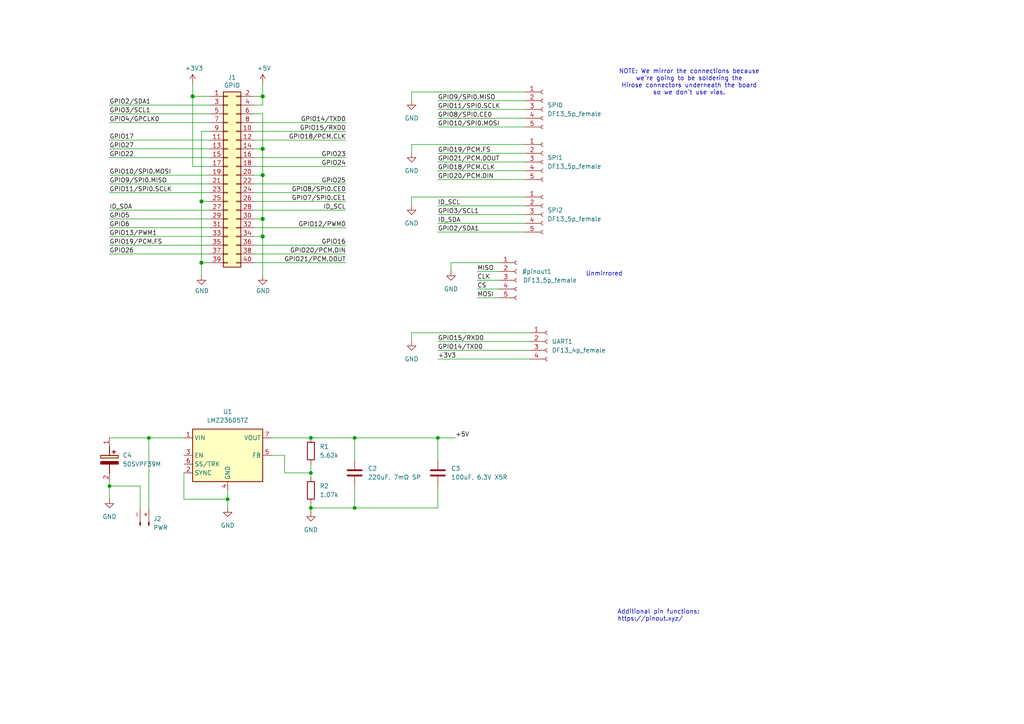
<source format=kicad_sch>
(kicad_sch
	(version 20250114)
	(generator "eeschema")
	(generator_version "9.0")
	(uuid "e63e39d7-6ac0-4ffd-8aa3-1841a4541b55")
	(paper "A4")
	(title_block
		(date "15 nov 2012")
	)
	(lib_symbols
		(symbol "Connector:Conn_01x02_Pin"
			(pin_names
				(offset 1.016)
				(hide yes)
			)
			(exclude_from_sim no)
			(in_bom yes)
			(on_board yes)
			(property "Reference" "J2"
				(at 0.635 5.08 0)
				(effects
					(font
						(size 1.27 1.27)
					)
				)
			)
			(property "Value" "PWR"
				(at 0.635 2.54 0)
				(effects
					(font
						(size 1.27 1.27)
					)
				)
			)
			(property "Footprint" "Connector_AMASS:AMASS_XT30PW-M_1x02_P2.50mm_Horizontal"
				(at 0 0 0)
				(effects
					(font
						(size 1.27 1.27)
					)
					(hide yes)
				)
			)
			(property "Datasheet" "~"
				(at 0 0 0)
				(effects
					(font
						(size 1.27 1.27)
					)
					(hide yes)
				)
			)
			(property "Description" "Generic connector, single row, 01x02, script generated"
				(at 0 0 0)
				(effects
					(font
						(size 1.27 1.27)
					)
					(hide yes)
				)
			)
			(property "ki_locked" ""
				(at 0 0 0)
				(effects
					(font
						(size 1.27 1.27)
					)
				)
			)
			(property "ki_keywords" "connector"
				(at 0 0 0)
				(effects
					(font
						(size 1.27 1.27)
					)
					(hide yes)
				)
			)
			(property "ki_fp_filters" "Connector*:*_1x??_*"
				(at 0 0 0)
				(effects
					(font
						(size 1.27 1.27)
					)
					(hide yes)
				)
			)
			(symbol "Conn_01x02_Pin_1_1"
				(rectangle
					(start 0.8636 0.127)
					(end 0 -0.127)
					(stroke
						(width 0.1524)
						(type default)
					)
					(fill
						(type outline)
					)
				)
				(rectangle
					(start 0.8636 -2.413)
					(end 0 -2.667)
					(stroke
						(width 0.1524)
						(type default)
					)
					(fill
						(type outline)
					)
				)
				(polyline
					(pts
						(xy 1.27 0) (xy 0.8636 0)
					)
					(stroke
						(width 0.1524)
						(type default)
					)
					(fill
						(type none)
					)
				)
				(polyline
					(pts
						(xy 1.27 -2.54) (xy 0.8636 -2.54)
					)
					(stroke
						(width 0.1524)
						(type default)
					)
					(fill
						(type none)
					)
				)
				(pin passive line
					(at 5.08 0 180)
					(length 3.81)
					(name "Pin_1"
						(effects
							(font
								(size 1.27 1.27)
							)
						)
					)
					(number "-"
						(effects
							(font
								(size 1.27 1.27)
							)
						)
					)
				)
				(pin passive line
					(at 5.08 -2.54 180)
					(length 3.81)
					(name "Pin_2"
						(effects
							(font
								(size 1.27 1.27)
							)
						)
					)
					(number "+"
						(effects
							(font
								(size 1.27 1.27)
							)
						)
					)
				)
			)
			(embedded_fonts no)
		)
		(symbol "Connector:Conn_01x04_Socket"
			(pin_names
				(offset 1.016)
				(hide yes)
			)
			(exclude_from_sim no)
			(in_bom yes)
			(on_board yes)
			(property "Reference" "J"
				(at 0 5.08 0)
				(effects
					(font
						(size 1.27 1.27)
					)
				)
			)
			(property "Value" "Conn_01x04_Socket"
				(at 0 -7.62 0)
				(effects
					(font
						(size 1.27 1.27)
					)
				)
			)
			(property "Footprint" ""
				(at 0 0 0)
				(effects
					(font
						(size 1.27 1.27)
					)
					(hide yes)
				)
			)
			(property "Datasheet" "~"
				(at 0 0 0)
				(effects
					(font
						(size 1.27 1.27)
					)
					(hide yes)
				)
			)
			(property "Description" "Generic connector, single row, 01x04, script generated"
				(at 0 0 0)
				(effects
					(font
						(size 1.27 1.27)
					)
					(hide yes)
				)
			)
			(property "ki_locked" ""
				(at 0 0 0)
				(effects
					(font
						(size 1.27 1.27)
					)
				)
			)
			(property "ki_keywords" "connector"
				(at 0 0 0)
				(effects
					(font
						(size 1.27 1.27)
					)
					(hide yes)
				)
			)
			(property "ki_fp_filters" "Connector*:*_1x??_*"
				(at 0 0 0)
				(effects
					(font
						(size 1.27 1.27)
					)
					(hide yes)
				)
			)
			(symbol "Conn_01x04_Socket_1_1"
				(polyline
					(pts
						(xy -1.27 2.54) (xy -0.508 2.54)
					)
					(stroke
						(width 0.1524)
						(type default)
					)
					(fill
						(type none)
					)
				)
				(polyline
					(pts
						(xy -1.27 0) (xy -0.508 0)
					)
					(stroke
						(width 0.1524)
						(type default)
					)
					(fill
						(type none)
					)
				)
				(polyline
					(pts
						(xy -1.27 -2.54) (xy -0.508 -2.54)
					)
					(stroke
						(width 0.1524)
						(type default)
					)
					(fill
						(type none)
					)
				)
				(polyline
					(pts
						(xy -1.27 -5.08) (xy -0.508 -5.08)
					)
					(stroke
						(width 0.1524)
						(type default)
					)
					(fill
						(type none)
					)
				)
				(arc
					(start 0 2.032)
					(mid -0.5058 2.54)
					(end 0 3.048)
					(stroke
						(width 0.1524)
						(type default)
					)
					(fill
						(type none)
					)
				)
				(arc
					(start 0 -0.508)
					(mid -0.5058 0)
					(end 0 0.508)
					(stroke
						(width 0.1524)
						(type default)
					)
					(fill
						(type none)
					)
				)
				(arc
					(start 0 -3.048)
					(mid -0.5058 -2.54)
					(end 0 -2.032)
					(stroke
						(width 0.1524)
						(type default)
					)
					(fill
						(type none)
					)
				)
				(arc
					(start 0 -5.588)
					(mid -0.5058 -5.08)
					(end 0 -4.572)
					(stroke
						(width 0.1524)
						(type default)
					)
					(fill
						(type none)
					)
				)
				(pin passive line
					(at -5.08 2.54 0)
					(length 3.81)
					(name "Pin_1"
						(effects
							(font
								(size 1.27 1.27)
							)
						)
					)
					(number "1"
						(effects
							(font
								(size 1.27 1.27)
							)
						)
					)
				)
				(pin passive line
					(at -5.08 0 0)
					(length 3.81)
					(name "Pin_2"
						(effects
							(font
								(size 1.27 1.27)
							)
						)
					)
					(number "2"
						(effects
							(font
								(size 1.27 1.27)
							)
						)
					)
				)
				(pin passive line
					(at -5.08 -2.54 0)
					(length 3.81)
					(name "Pin_3"
						(effects
							(font
								(size 1.27 1.27)
							)
						)
					)
					(number "3"
						(effects
							(font
								(size 1.27 1.27)
							)
						)
					)
				)
				(pin passive line
					(at -5.08 -5.08 0)
					(length 3.81)
					(name "Pin_4"
						(effects
							(font
								(size 1.27 1.27)
							)
						)
					)
					(number "4"
						(effects
							(font
								(size 1.27 1.27)
							)
						)
					)
				)
			)
			(embedded_fonts no)
		)
		(symbol "Connector:Conn_01x05_Socket"
			(pin_names
				(offset 1.016)
				(hide yes)
			)
			(exclude_from_sim no)
			(in_bom yes)
			(on_board yes)
			(property "Reference" "J"
				(at 0 7.62 0)
				(effects
					(font
						(size 1.27 1.27)
					)
				)
			)
			(property "Value" "Conn_01x05_Socket"
				(at 0 -7.62 0)
				(effects
					(font
						(size 1.27 1.27)
					)
				)
			)
			(property "Footprint" ""
				(at 0 0 0)
				(effects
					(font
						(size 1.27 1.27)
					)
					(hide yes)
				)
			)
			(property "Datasheet" "~"
				(at 0 0 0)
				(effects
					(font
						(size 1.27 1.27)
					)
					(hide yes)
				)
			)
			(property "Description" "Generic connector, single row, 01x05, script generated"
				(at 0 0 0)
				(effects
					(font
						(size 1.27 1.27)
					)
					(hide yes)
				)
			)
			(property "ki_locked" ""
				(at 0 0 0)
				(effects
					(font
						(size 1.27 1.27)
					)
				)
			)
			(property "ki_keywords" "connector"
				(at 0 0 0)
				(effects
					(font
						(size 1.27 1.27)
					)
					(hide yes)
				)
			)
			(property "ki_fp_filters" "Connector*:*_1x??_*"
				(at 0 0 0)
				(effects
					(font
						(size 1.27 1.27)
					)
					(hide yes)
				)
			)
			(symbol "Conn_01x05_Socket_1_1"
				(polyline
					(pts
						(xy -1.27 5.08) (xy -0.508 5.08)
					)
					(stroke
						(width 0.1524)
						(type default)
					)
					(fill
						(type none)
					)
				)
				(polyline
					(pts
						(xy -1.27 2.54) (xy -0.508 2.54)
					)
					(stroke
						(width 0.1524)
						(type default)
					)
					(fill
						(type none)
					)
				)
				(polyline
					(pts
						(xy -1.27 0) (xy -0.508 0)
					)
					(stroke
						(width 0.1524)
						(type default)
					)
					(fill
						(type none)
					)
				)
				(polyline
					(pts
						(xy -1.27 -2.54) (xy -0.508 -2.54)
					)
					(stroke
						(width 0.1524)
						(type default)
					)
					(fill
						(type none)
					)
				)
				(polyline
					(pts
						(xy -1.27 -5.08) (xy -0.508 -5.08)
					)
					(stroke
						(width 0.1524)
						(type default)
					)
					(fill
						(type none)
					)
				)
				(arc
					(start 0 4.572)
					(mid -0.5058 5.08)
					(end 0 5.588)
					(stroke
						(width 0.1524)
						(type default)
					)
					(fill
						(type none)
					)
				)
				(arc
					(start 0 2.032)
					(mid -0.5058 2.54)
					(end 0 3.048)
					(stroke
						(width 0.1524)
						(type default)
					)
					(fill
						(type none)
					)
				)
				(arc
					(start 0 -0.508)
					(mid -0.5058 0)
					(end 0 0.508)
					(stroke
						(width 0.1524)
						(type default)
					)
					(fill
						(type none)
					)
				)
				(arc
					(start 0 -3.048)
					(mid -0.5058 -2.54)
					(end 0 -2.032)
					(stroke
						(width 0.1524)
						(type default)
					)
					(fill
						(type none)
					)
				)
				(arc
					(start 0 -5.588)
					(mid -0.5058 -5.08)
					(end 0 -4.572)
					(stroke
						(width 0.1524)
						(type default)
					)
					(fill
						(type none)
					)
				)
				(pin passive line
					(at -5.08 5.08 0)
					(length 3.81)
					(name "Pin_1"
						(effects
							(font
								(size 1.27 1.27)
							)
						)
					)
					(number "1"
						(effects
							(font
								(size 1.27 1.27)
							)
						)
					)
				)
				(pin passive line
					(at -5.08 2.54 0)
					(length 3.81)
					(name "Pin_2"
						(effects
							(font
								(size 1.27 1.27)
							)
						)
					)
					(number "2"
						(effects
							(font
								(size 1.27 1.27)
							)
						)
					)
				)
				(pin passive line
					(at -5.08 0 0)
					(length 3.81)
					(name "Pin_3"
						(effects
							(font
								(size 1.27 1.27)
							)
						)
					)
					(number "3"
						(effects
							(font
								(size 1.27 1.27)
							)
						)
					)
				)
				(pin passive line
					(at -5.08 -2.54 0)
					(length 3.81)
					(name "Pin_4"
						(effects
							(font
								(size 1.27 1.27)
							)
						)
					)
					(number "4"
						(effects
							(font
								(size 1.27 1.27)
							)
						)
					)
				)
				(pin passive line
					(at -5.08 -5.08 0)
					(length 3.81)
					(name "Pin_5"
						(effects
							(font
								(size 1.27 1.27)
							)
						)
					)
					(number "5"
						(effects
							(font
								(size 1.27 1.27)
							)
						)
					)
				)
			)
			(embedded_fonts no)
		)
		(symbol "Connector_Generic:Conn_02x20_Odd_Even"
			(pin_names
				(offset 1.016)
				(hide yes)
			)
			(exclude_from_sim no)
			(in_bom yes)
			(on_board yes)
			(property "Reference" "J"
				(at 1.27 25.4 0)
				(effects
					(font
						(size 1.27 1.27)
					)
				)
			)
			(property "Value" "Conn_02x20_Odd_Even"
				(at 1.27 -27.94 0)
				(effects
					(font
						(size 1.27 1.27)
					)
				)
			)
			(property "Footprint" ""
				(at 0 0 0)
				(effects
					(font
						(size 1.27 1.27)
					)
					(hide yes)
				)
			)
			(property "Datasheet" "~"
				(at 0 0 0)
				(effects
					(font
						(size 1.27 1.27)
					)
					(hide yes)
				)
			)
			(property "Description" "Generic connector, double row, 02x20, odd/even pin numbering scheme (row 1 odd numbers, row 2 even numbers), script generated (kicad-library-utils/schlib/autogen/connector/)"
				(at 0 0 0)
				(effects
					(font
						(size 1.27 1.27)
					)
					(hide yes)
				)
			)
			(property "ki_keywords" "connector"
				(at 0 0 0)
				(effects
					(font
						(size 1.27 1.27)
					)
					(hide yes)
				)
			)
			(property "ki_fp_filters" "Connector*:*_2x??_*"
				(at 0 0 0)
				(effects
					(font
						(size 1.27 1.27)
					)
					(hide yes)
				)
			)
			(symbol "Conn_02x20_Odd_Even_1_1"
				(rectangle
					(start -1.27 24.13)
					(end 3.81 -26.67)
					(stroke
						(width 0.254)
						(type default)
					)
					(fill
						(type background)
					)
				)
				(rectangle
					(start -1.27 22.987)
					(end 0 22.733)
					(stroke
						(width 0.1524)
						(type default)
					)
					(fill
						(type none)
					)
				)
				(rectangle
					(start -1.27 20.447)
					(end 0 20.193)
					(stroke
						(width 0.1524)
						(type default)
					)
					(fill
						(type none)
					)
				)
				(rectangle
					(start -1.27 17.907)
					(end 0 17.653)
					(stroke
						(width 0.1524)
						(type default)
					)
					(fill
						(type none)
					)
				)
				(rectangle
					(start -1.27 15.367)
					(end 0 15.113)
					(stroke
						(width 0.1524)
						(type default)
					)
					(fill
						(type none)
					)
				)
				(rectangle
					(start -1.27 12.827)
					(end 0 12.573)
					(stroke
						(width 0.1524)
						(type default)
					)
					(fill
						(type none)
					)
				)
				(rectangle
					(start -1.27 10.287)
					(end 0 10.033)
					(stroke
						(width 0.1524)
						(type default)
					)
					(fill
						(type none)
					)
				)
				(rectangle
					(start -1.27 7.747)
					(end 0 7.493)
					(stroke
						(width 0.1524)
						(type default)
					)
					(fill
						(type none)
					)
				)
				(rectangle
					(start -1.27 5.207)
					(end 0 4.953)
					(stroke
						(width 0.1524)
						(type default)
					)
					(fill
						(type none)
					)
				)
				(rectangle
					(start -1.27 2.667)
					(end 0 2.413)
					(stroke
						(width 0.1524)
						(type default)
					)
					(fill
						(type none)
					)
				)
				(rectangle
					(start -1.27 0.127)
					(end 0 -0.127)
					(stroke
						(width 0.1524)
						(type default)
					)
					(fill
						(type none)
					)
				)
				(rectangle
					(start -1.27 -2.413)
					(end 0 -2.667)
					(stroke
						(width 0.1524)
						(type default)
					)
					(fill
						(type none)
					)
				)
				(rectangle
					(start -1.27 -4.953)
					(end 0 -5.207)
					(stroke
						(width 0.1524)
						(type default)
					)
					(fill
						(type none)
					)
				)
				(rectangle
					(start -1.27 -7.493)
					(end 0 -7.747)
					(stroke
						(width 0.1524)
						(type default)
					)
					(fill
						(type none)
					)
				)
				(rectangle
					(start -1.27 -10.033)
					(end 0 -10.287)
					(stroke
						(width 0.1524)
						(type default)
					)
					(fill
						(type none)
					)
				)
				(rectangle
					(start -1.27 -12.573)
					(end 0 -12.827)
					(stroke
						(width 0.1524)
						(type default)
					)
					(fill
						(type none)
					)
				)
				(rectangle
					(start -1.27 -15.113)
					(end 0 -15.367)
					(stroke
						(width 0.1524)
						(type default)
					)
					(fill
						(type none)
					)
				)
				(rectangle
					(start -1.27 -17.653)
					(end 0 -17.907)
					(stroke
						(width 0.1524)
						(type default)
					)
					(fill
						(type none)
					)
				)
				(rectangle
					(start -1.27 -20.193)
					(end 0 -20.447)
					(stroke
						(width 0.1524)
						(type default)
					)
					(fill
						(type none)
					)
				)
				(rectangle
					(start -1.27 -22.733)
					(end 0 -22.987)
					(stroke
						(width 0.1524)
						(type default)
					)
					(fill
						(type none)
					)
				)
				(rectangle
					(start -1.27 -25.273)
					(end 0 -25.527)
					(stroke
						(width 0.1524)
						(type default)
					)
					(fill
						(type none)
					)
				)
				(rectangle
					(start 3.81 22.987)
					(end 2.54 22.733)
					(stroke
						(width 0.1524)
						(type default)
					)
					(fill
						(type none)
					)
				)
				(rectangle
					(start 3.81 20.447)
					(end 2.54 20.193)
					(stroke
						(width 0.1524)
						(type default)
					)
					(fill
						(type none)
					)
				)
				(rectangle
					(start 3.81 17.907)
					(end 2.54 17.653)
					(stroke
						(width 0.1524)
						(type default)
					)
					(fill
						(type none)
					)
				)
				(rectangle
					(start 3.81 15.367)
					(end 2.54 15.113)
					(stroke
						(width 0.1524)
						(type default)
					)
					(fill
						(type none)
					)
				)
				(rectangle
					(start 3.81 12.827)
					(end 2.54 12.573)
					(stroke
						(width 0.1524)
						(type default)
					)
					(fill
						(type none)
					)
				)
				(rectangle
					(start 3.81 10.287)
					(end 2.54 10.033)
					(stroke
						(width 0.1524)
						(type default)
					)
					(fill
						(type none)
					)
				)
				(rectangle
					(start 3.81 7.747)
					(end 2.54 7.493)
					(stroke
						(width 0.1524)
						(type default)
					)
					(fill
						(type none)
					)
				)
				(rectangle
					(start 3.81 5.207)
					(end 2.54 4.953)
					(stroke
						(width 0.1524)
						(type default)
					)
					(fill
						(type none)
					)
				)
				(rectangle
					(start 3.81 2.667)
					(end 2.54 2.413)
					(stroke
						(width 0.1524)
						(type default)
					)
					(fill
						(type none)
					)
				)
				(rectangle
					(start 3.81 0.127)
					(end 2.54 -0.127)
					(stroke
						(width 0.1524)
						(type default)
					)
					(fill
						(type none)
					)
				)
				(rectangle
					(start 3.81 -2.413)
					(end 2.54 -2.667)
					(stroke
						(width 0.1524)
						(type default)
					)
					(fill
						(type none)
					)
				)
				(rectangle
					(start 3.81 -4.953)
					(end 2.54 -5.207)
					(stroke
						(width 0.1524)
						(type default)
					)
					(fill
						(type none)
					)
				)
				(rectangle
					(start 3.81 -7.493)
					(end 2.54 -7.747)
					(stroke
						(width 0.1524)
						(type default)
					)
					(fill
						(type none)
					)
				)
				(rectangle
					(start 3.81 -10.033)
					(end 2.54 -10.287)
					(stroke
						(width 0.1524)
						(type default)
					)
					(fill
						(type none)
					)
				)
				(rectangle
					(start 3.81 -12.573)
					(end 2.54 -12.827)
					(stroke
						(width 0.1524)
						(type default)
					)
					(fill
						(type none)
					)
				)
				(rectangle
					(start 3.81 -15.113)
					(end 2.54 -15.367)
					(stroke
						(width 0.1524)
						(type default)
					)
					(fill
						(type none)
					)
				)
				(rectangle
					(start 3.81 -17.653)
					(end 2.54 -17.907)
					(stroke
						(width 0.1524)
						(type default)
					)
					(fill
						(type none)
					)
				)
				(rectangle
					(start 3.81 -20.193)
					(end 2.54 -20.447)
					(stroke
						(width 0.1524)
						(type default)
					)
					(fill
						(type none)
					)
				)
				(rectangle
					(start 3.81 -22.733)
					(end 2.54 -22.987)
					(stroke
						(width 0.1524)
						(type default)
					)
					(fill
						(type none)
					)
				)
				(rectangle
					(start 3.81 -25.273)
					(end 2.54 -25.527)
					(stroke
						(width 0.1524)
						(type default)
					)
					(fill
						(type none)
					)
				)
				(pin passive line
					(at -5.08 22.86 0)
					(length 3.81)
					(name "Pin_1"
						(effects
							(font
								(size 1.27 1.27)
							)
						)
					)
					(number "1"
						(effects
							(font
								(size 1.27 1.27)
							)
						)
					)
				)
				(pin passive line
					(at -5.08 20.32 0)
					(length 3.81)
					(name "Pin_3"
						(effects
							(font
								(size 1.27 1.27)
							)
						)
					)
					(number "3"
						(effects
							(font
								(size 1.27 1.27)
							)
						)
					)
				)
				(pin passive line
					(at -5.08 17.78 0)
					(length 3.81)
					(name "Pin_5"
						(effects
							(font
								(size 1.27 1.27)
							)
						)
					)
					(number "5"
						(effects
							(font
								(size 1.27 1.27)
							)
						)
					)
				)
				(pin passive line
					(at -5.08 15.24 0)
					(length 3.81)
					(name "Pin_7"
						(effects
							(font
								(size 1.27 1.27)
							)
						)
					)
					(number "7"
						(effects
							(font
								(size 1.27 1.27)
							)
						)
					)
				)
				(pin passive line
					(at -5.08 12.7 0)
					(length 3.81)
					(name "Pin_9"
						(effects
							(font
								(size 1.27 1.27)
							)
						)
					)
					(number "9"
						(effects
							(font
								(size 1.27 1.27)
							)
						)
					)
				)
				(pin passive line
					(at -5.08 10.16 0)
					(length 3.81)
					(name "Pin_11"
						(effects
							(font
								(size 1.27 1.27)
							)
						)
					)
					(number "11"
						(effects
							(font
								(size 1.27 1.27)
							)
						)
					)
				)
				(pin passive line
					(at -5.08 7.62 0)
					(length 3.81)
					(name "Pin_13"
						(effects
							(font
								(size 1.27 1.27)
							)
						)
					)
					(number "13"
						(effects
							(font
								(size 1.27 1.27)
							)
						)
					)
				)
				(pin passive line
					(at -5.08 5.08 0)
					(length 3.81)
					(name "Pin_15"
						(effects
							(font
								(size 1.27 1.27)
							)
						)
					)
					(number "15"
						(effects
							(font
								(size 1.27 1.27)
							)
						)
					)
				)
				(pin passive line
					(at -5.08 2.54 0)
					(length 3.81)
					(name "Pin_17"
						(effects
							(font
								(size 1.27 1.27)
							)
						)
					)
					(number "17"
						(effects
							(font
								(size 1.27 1.27)
							)
						)
					)
				)
				(pin passive line
					(at -5.08 0 0)
					(length 3.81)
					(name "Pin_19"
						(effects
							(font
								(size 1.27 1.27)
							)
						)
					)
					(number "19"
						(effects
							(font
								(size 1.27 1.27)
							)
						)
					)
				)
				(pin passive line
					(at -5.08 -2.54 0)
					(length 3.81)
					(name "Pin_21"
						(effects
							(font
								(size 1.27 1.27)
							)
						)
					)
					(number "21"
						(effects
							(font
								(size 1.27 1.27)
							)
						)
					)
				)
				(pin passive line
					(at -5.08 -5.08 0)
					(length 3.81)
					(name "Pin_23"
						(effects
							(font
								(size 1.27 1.27)
							)
						)
					)
					(number "23"
						(effects
							(font
								(size 1.27 1.27)
							)
						)
					)
				)
				(pin passive line
					(at -5.08 -7.62 0)
					(length 3.81)
					(name "Pin_25"
						(effects
							(font
								(size 1.27 1.27)
							)
						)
					)
					(number "25"
						(effects
							(font
								(size 1.27 1.27)
							)
						)
					)
				)
				(pin passive line
					(at -5.08 -10.16 0)
					(length 3.81)
					(name "Pin_27"
						(effects
							(font
								(size 1.27 1.27)
							)
						)
					)
					(number "27"
						(effects
							(font
								(size 1.27 1.27)
							)
						)
					)
				)
				(pin passive line
					(at -5.08 -12.7 0)
					(length 3.81)
					(name "Pin_29"
						(effects
							(font
								(size 1.27 1.27)
							)
						)
					)
					(number "29"
						(effects
							(font
								(size 1.27 1.27)
							)
						)
					)
				)
				(pin passive line
					(at -5.08 -15.24 0)
					(length 3.81)
					(name "Pin_31"
						(effects
							(font
								(size 1.27 1.27)
							)
						)
					)
					(number "31"
						(effects
							(font
								(size 1.27 1.27)
							)
						)
					)
				)
				(pin passive line
					(at -5.08 -17.78 0)
					(length 3.81)
					(name "Pin_33"
						(effects
							(font
								(size 1.27 1.27)
							)
						)
					)
					(number "33"
						(effects
							(font
								(size 1.27 1.27)
							)
						)
					)
				)
				(pin passive line
					(at -5.08 -20.32 0)
					(length 3.81)
					(name "Pin_35"
						(effects
							(font
								(size 1.27 1.27)
							)
						)
					)
					(number "35"
						(effects
							(font
								(size 1.27 1.27)
							)
						)
					)
				)
				(pin passive line
					(at -5.08 -22.86 0)
					(length 3.81)
					(name "Pin_37"
						(effects
							(font
								(size 1.27 1.27)
							)
						)
					)
					(number "37"
						(effects
							(font
								(size 1.27 1.27)
							)
						)
					)
				)
				(pin passive line
					(at -5.08 -25.4 0)
					(length 3.81)
					(name "Pin_39"
						(effects
							(font
								(size 1.27 1.27)
							)
						)
					)
					(number "39"
						(effects
							(font
								(size 1.27 1.27)
							)
						)
					)
				)
				(pin passive line
					(at 7.62 22.86 180)
					(length 3.81)
					(name "Pin_2"
						(effects
							(font
								(size 1.27 1.27)
							)
						)
					)
					(number "2"
						(effects
							(font
								(size 1.27 1.27)
							)
						)
					)
				)
				(pin passive line
					(at 7.62 20.32 180)
					(length 3.81)
					(name "Pin_4"
						(effects
							(font
								(size 1.27 1.27)
							)
						)
					)
					(number "4"
						(effects
							(font
								(size 1.27 1.27)
							)
						)
					)
				)
				(pin passive line
					(at 7.62 17.78 180)
					(length 3.81)
					(name "Pin_6"
						(effects
							(font
								(size 1.27 1.27)
							)
						)
					)
					(number "6"
						(effects
							(font
								(size 1.27 1.27)
							)
						)
					)
				)
				(pin passive line
					(at 7.62 15.24 180)
					(length 3.81)
					(name "Pin_8"
						(effects
							(font
								(size 1.27 1.27)
							)
						)
					)
					(number "8"
						(effects
							(font
								(size 1.27 1.27)
							)
						)
					)
				)
				(pin passive line
					(at 7.62 12.7 180)
					(length 3.81)
					(name "Pin_10"
						(effects
							(font
								(size 1.27 1.27)
							)
						)
					)
					(number "10"
						(effects
							(font
								(size 1.27 1.27)
							)
						)
					)
				)
				(pin passive line
					(at 7.62 10.16 180)
					(length 3.81)
					(name "Pin_12"
						(effects
							(font
								(size 1.27 1.27)
							)
						)
					)
					(number "12"
						(effects
							(font
								(size 1.27 1.27)
							)
						)
					)
				)
				(pin passive line
					(at 7.62 7.62 180)
					(length 3.81)
					(name "Pin_14"
						(effects
							(font
								(size 1.27 1.27)
							)
						)
					)
					(number "14"
						(effects
							(font
								(size 1.27 1.27)
							)
						)
					)
				)
				(pin passive line
					(at 7.62 5.08 180)
					(length 3.81)
					(name "Pin_16"
						(effects
							(font
								(size 1.27 1.27)
							)
						)
					)
					(number "16"
						(effects
							(font
								(size 1.27 1.27)
							)
						)
					)
				)
				(pin passive line
					(at 7.62 2.54 180)
					(length 3.81)
					(name "Pin_18"
						(effects
							(font
								(size 1.27 1.27)
							)
						)
					)
					(number "18"
						(effects
							(font
								(size 1.27 1.27)
							)
						)
					)
				)
				(pin passive line
					(at 7.62 0 180)
					(length 3.81)
					(name "Pin_20"
						(effects
							(font
								(size 1.27 1.27)
							)
						)
					)
					(number "20"
						(effects
							(font
								(size 1.27 1.27)
							)
						)
					)
				)
				(pin passive line
					(at 7.62 -2.54 180)
					(length 3.81)
					(name "Pin_22"
						(effects
							(font
								(size 1.27 1.27)
							)
						)
					)
					(number "22"
						(effects
							(font
								(size 1.27 1.27)
							)
						)
					)
				)
				(pin passive line
					(at 7.62 -5.08 180)
					(length 3.81)
					(name "Pin_24"
						(effects
							(font
								(size 1.27 1.27)
							)
						)
					)
					(number "24"
						(effects
							(font
								(size 1.27 1.27)
							)
						)
					)
				)
				(pin passive line
					(at 7.62 -7.62 180)
					(length 3.81)
					(name "Pin_26"
						(effects
							(font
								(size 1.27 1.27)
							)
						)
					)
					(number "26"
						(effects
							(font
								(size 1.27 1.27)
							)
						)
					)
				)
				(pin passive line
					(at 7.62 -10.16 180)
					(length 3.81)
					(name "Pin_28"
						(effects
							(font
								(size 1.27 1.27)
							)
						)
					)
					(number "28"
						(effects
							(font
								(size 1.27 1.27)
							)
						)
					)
				)
				(pin passive line
					(at 7.62 -12.7 180)
					(length 3.81)
					(name "Pin_30"
						(effects
							(font
								(size 1.27 1.27)
							)
						)
					)
					(number "30"
						(effects
							(font
								(size 1.27 1.27)
							)
						)
					)
				)
				(pin passive line
					(at 7.62 -15.24 180)
					(length 3.81)
					(name "Pin_32"
						(effects
							(font
								(size 1.27 1.27)
							)
						)
					)
					(number "32"
						(effects
							(font
								(size 1.27 1.27)
							)
						)
					)
				)
				(pin passive line
					(at 7.62 -17.78 180)
					(length 3.81)
					(name "Pin_34"
						(effects
							(font
								(size 1.27 1.27)
							)
						)
					)
					(number "34"
						(effects
							(font
								(size 1.27 1.27)
							)
						)
					)
				)
				(pin passive line
					(at 7.62 -20.32 180)
					(length 3.81)
					(name "Pin_36"
						(effects
							(font
								(size 1.27 1.27)
							)
						)
					)
					(number "36"
						(effects
							(font
								(size 1.27 1.27)
							)
						)
					)
				)
				(pin passive line
					(at 7.62 -22.86 180)
					(length 3.81)
					(name "Pin_38"
						(effects
							(font
								(size 1.27 1.27)
							)
						)
					)
					(number "38"
						(effects
							(font
								(size 1.27 1.27)
							)
						)
					)
				)
				(pin passive line
					(at 7.62 -25.4 180)
					(length 3.81)
					(name "Pin_40"
						(effects
							(font
								(size 1.27 1.27)
							)
						)
					)
					(number "40"
						(effects
							(font
								(size 1.27 1.27)
							)
						)
					)
				)
			)
			(embedded_fonts no)
		)
		(symbol "Device:C"
			(pin_numbers
				(hide yes)
			)
			(pin_names
				(offset 0.254)
			)
			(exclude_from_sim no)
			(in_bom yes)
			(on_board yes)
			(property "Reference" "C"
				(at 0.635 2.54 0)
				(effects
					(font
						(size 1.27 1.27)
					)
					(justify left)
				)
			)
			(property "Value" "C"
				(at 0.635 -2.54 0)
				(effects
					(font
						(size 1.27 1.27)
					)
					(justify left)
				)
			)
			(property "Footprint" ""
				(at 0.9652 -3.81 0)
				(effects
					(font
						(size 1.27 1.27)
					)
					(hide yes)
				)
			)
			(property "Datasheet" "~"
				(at 0 0 0)
				(effects
					(font
						(size 1.27 1.27)
					)
					(hide yes)
				)
			)
			(property "Description" "Unpolarized capacitor"
				(at 0 0 0)
				(effects
					(font
						(size 1.27 1.27)
					)
					(hide yes)
				)
			)
			(property "ki_keywords" "cap capacitor"
				(at 0 0 0)
				(effects
					(font
						(size 1.27 1.27)
					)
					(hide yes)
				)
			)
			(property "ki_fp_filters" "C_*"
				(at 0 0 0)
				(effects
					(font
						(size 1.27 1.27)
					)
					(hide yes)
				)
			)
			(symbol "C_0_1"
				(polyline
					(pts
						(xy -2.032 0.762) (xy 2.032 0.762)
					)
					(stroke
						(width 0.508)
						(type default)
					)
					(fill
						(type none)
					)
				)
				(polyline
					(pts
						(xy -2.032 -0.762) (xy 2.032 -0.762)
					)
					(stroke
						(width 0.508)
						(type default)
					)
					(fill
						(type none)
					)
				)
			)
			(symbol "C_1_1"
				(pin passive line
					(at 0 3.81 270)
					(length 2.794)
					(name "~"
						(effects
							(font
								(size 1.27 1.27)
							)
						)
					)
					(number "1"
						(effects
							(font
								(size 1.27 1.27)
							)
						)
					)
				)
				(pin passive line
					(at 0 -3.81 90)
					(length 2.794)
					(name "~"
						(effects
							(font
								(size 1.27 1.27)
							)
						)
					)
					(number "2"
						(effects
							(font
								(size 1.27 1.27)
							)
						)
					)
				)
			)
			(embedded_fonts no)
		)
		(symbol "Device:R"
			(pin_numbers
				(hide yes)
			)
			(pin_names
				(offset 0)
			)
			(exclude_from_sim no)
			(in_bom yes)
			(on_board yes)
			(property "Reference" "R"
				(at 2.032 0 90)
				(effects
					(font
						(size 1.27 1.27)
					)
				)
			)
			(property "Value" "R"
				(at 0 0 90)
				(effects
					(font
						(size 1.27 1.27)
					)
				)
			)
			(property "Footprint" ""
				(at -1.778 0 90)
				(effects
					(font
						(size 1.27 1.27)
					)
					(hide yes)
				)
			)
			(property "Datasheet" "~"
				(at 0 0 0)
				(effects
					(font
						(size 1.27 1.27)
					)
					(hide yes)
				)
			)
			(property "Description" "Resistor"
				(at 0 0 0)
				(effects
					(font
						(size 1.27 1.27)
					)
					(hide yes)
				)
			)
			(property "ki_keywords" "R res resistor"
				(at 0 0 0)
				(effects
					(font
						(size 1.27 1.27)
					)
					(hide yes)
				)
			)
			(property "ki_fp_filters" "R_*"
				(at 0 0 0)
				(effects
					(font
						(size 1.27 1.27)
					)
					(hide yes)
				)
			)
			(symbol "R_0_1"
				(rectangle
					(start -1.016 -2.54)
					(end 1.016 2.54)
					(stroke
						(width 0.254)
						(type default)
					)
					(fill
						(type none)
					)
				)
			)
			(symbol "R_1_1"
				(pin passive line
					(at 0 3.81 270)
					(length 1.27)
					(name "~"
						(effects
							(font
								(size 1.27 1.27)
							)
						)
					)
					(number "1"
						(effects
							(font
								(size 1.27 1.27)
							)
						)
					)
				)
				(pin passive line
					(at 0 -3.81 90)
					(length 1.27)
					(name "~"
						(effects
							(font
								(size 1.27 1.27)
							)
						)
					)
					(number "2"
						(effects
							(font
								(size 1.27 1.27)
							)
						)
					)
				)
			)
			(embedded_fonts no)
		)
		(symbol "Regulator_Switching:LMZ23605TZ"
			(exclude_from_sim no)
			(in_bom yes)
			(on_board yes)
			(property "Reference" "U"
				(at -8.89 8.89 0)
				(effects
					(font
						(size 1.27 1.27)
					)
				)
			)
			(property "Value" "LMZ23605TZ"
				(at 3.81 8.89 0)
				(effects
					(font
						(size 1.27 1.27)
					)
				)
			)
			(property "Footprint" "Package_TO_SOT_SMD:Texas_NDW-7_TabPin4"
				(at 20.955 -10.795 0)
				(effects
					(font
						(size 1.27 1.27)
					)
					(hide yes)
				)
			)
			(property "Datasheet" "http://www.ti.com/lit/gpn/lmz23605"
				(at 0 -17.78 0)
				(effects
					(font
						(size 1.27 1.27)
					)
					(hide yes)
				)
			)
			(property "Description" "5A Adjustable Step-Down DC/DC Power Module, Vin: 6-36V"
				(at 0 0 0)
				(effects
					(font
						(size 1.27 1.27)
					)
					(hide yes)
				)
			)
			(property "ki_keywords" "Step-Down DC/DC Module"
				(at 0 0 0)
				(effects
					(font
						(size 1.27 1.27)
					)
					(hide yes)
				)
			)
			(property "ki_fp_filters" "Texas*NDW*"
				(at 0 0 0)
				(effects
					(font
						(size 1.27 1.27)
					)
					(hide yes)
				)
			)
			(symbol "LMZ23605TZ_0_1"
				(rectangle
					(start -10.16 7.62)
					(end 10.16 -7.62)
					(stroke
						(width 0.254)
						(type default)
					)
					(fill
						(type background)
					)
				)
			)
			(symbol "LMZ23605TZ_1_1"
				(pin power_in line
					(at -12.7 5.08 0)
					(length 2.54)
					(name "VIN"
						(effects
							(font
								(size 1.27 1.27)
							)
						)
					)
					(number "1"
						(effects
							(font
								(size 1.27 1.27)
							)
						)
					)
				)
				(pin input line
					(at -12.7 0 0)
					(length 2.54)
					(name "EN"
						(effects
							(font
								(size 1.27 1.27)
							)
						)
					)
					(number "3"
						(effects
							(font
								(size 1.27 1.27)
							)
						)
					)
				)
				(pin passive line
					(at -12.7 -2.54 0)
					(length 2.54)
					(name "SS/TRK"
						(effects
							(font
								(size 1.27 1.27)
							)
						)
					)
					(number "6"
						(effects
							(font
								(size 1.27 1.27)
							)
						)
					)
				)
				(pin input line
					(at -12.7 -5.08 0)
					(length 2.54)
					(name "SYNC"
						(effects
							(font
								(size 1.27 1.27)
							)
						)
					)
					(number "2"
						(effects
							(font
								(size 1.27 1.27)
							)
						)
					)
				)
				(pin power_in line
					(at 0 -10.16 90)
					(length 2.54)
					(name "GND"
						(effects
							(font
								(size 1.27 1.27)
							)
						)
					)
					(number "4"
						(effects
							(font
								(size 1.27 1.27)
							)
						)
					)
				)
				(pin power_out line
					(at 12.7 5.08 180)
					(length 2.54)
					(name "VOUT"
						(effects
							(font
								(size 1.27 1.27)
							)
						)
					)
					(number "7"
						(effects
							(font
								(size 1.27 1.27)
							)
						)
					)
				)
				(pin input line
					(at 12.7 0 180)
					(length 2.54)
					(name "FB"
						(effects
							(font
								(size 1.27 1.27)
							)
						)
					)
					(number "5"
						(effects
							(font
								(size 1.27 1.27)
							)
						)
					)
				)
			)
			(embedded_fonts no)
		)
		(symbol "SamacSys_Parts:50SVPF39M"
			(pin_names
				(hide yes)
			)
			(exclude_from_sim no)
			(in_bom yes)
			(on_board yes)
			(property "Reference" "C"
				(at 8.89 6.35 0)
				(effects
					(font
						(size 1.27 1.27)
					)
					(justify left top)
				)
			)
			(property "Value" "50SVPF39M"
				(at 8.89 3.81 0)
				(effects
					(font
						(size 1.27 1.27)
					)
					(justify left top)
				)
			)
			(property "Footprint" "16SVPT560M"
				(at 8.89 -96.19 0)
				(effects
					(font
						(size 1.27 1.27)
					)
					(justify left top)
					(hide yes)
				)
			)
			(property "Datasheet" "http://industrial.panasonic.com/cdbs/www-data/pdf/AAB8000/AAB8000C177.pdf"
				(at 8.89 -196.19 0)
				(effects
					(font
						(size 1.27 1.27)
					)
					(justify left top)
					(hide yes)
				)
			)
			(property "Description" "Panasonic 39uF 50 V dc Polymer Aluminium Electrolytic Capacitor E12, OS-CON Series 5000h 8 x 11.9mm"
				(at 0 0 0)
				(effects
					(font
						(size 1.27 1.27)
					)
					(hide yes)
				)
			)
			(property "Height" "12"
				(at 8.89 -396.19 0)
				(effects
					(font
						(size 1.27 1.27)
					)
					(justify left top)
					(hide yes)
				)
			)
			(property "Manufacturer_Name" "Panasonic"
				(at 8.89 -496.19 0)
				(effects
					(font
						(size 1.27 1.27)
					)
					(justify left top)
					(hide yes)
				)
			)
			(property "Manufacturer_Part_Number" "50SVPF39M"
				(at 8.89 -596.19 0)
				(effects
					(font
						(size 1.27 1.27)
					)
					(justify left top)
					(hide yes)
				)
			)
			(property "Mouser Part Number" "667-50SVPF39M"
				(at 8.89 -696.19 0)
				(effects
					(font
						(size 1.27 1.27)
					)
					(justify left top)
					(hide yes)
				)
			)
			(property "Mouser Price/Stock" "https://www.mouser.co.uk/ProductDetail/Panasonic/50SVPF39M?qs=OE1iw1LrrPHhzrJH1runJQ%3D%3D"
				(at 8.89 -796.19 0)
				(effects
					(font
						(size 1.27 1.27)
					)
					(justify left top)
					(hide yes)
				)
			)
			(property "Arrow Part Number" "50SVPF39M"
				(at 8.89 -896.19 0)
				(effects
					(font
						(size 1.27 1.27)
					)
					(justify left top)
					(hide yes)
				)
			)
			(property "Arrow Price/Stock" "https://www.arrow.com/en/products/50svpf39m/panasonic?utm_currency=USD&region=nac"
				(at 8.89 -996.19 0)
				(effects
					(font
						(size 1.27 1.27)
					)
					(justify left top)
					(hide yes)
				)
			)
			(symbol "50SVPF39M_1_1"
				(polyline
					(pts
						(xy 2.54 0) (xy 5.08 0)
					)
					(stroke
						(width 0.254)
						(type default)
					)
					(fill
						(type none)
					)
				)
				(polyline
					(pts
						(xy 4.064 1.778) (xy 4.064 0.762)
					)
					(stroke
						(width 0.254)
						(type default)
					)
					(fill
						(type none)
					)
				)
				(polyline
					(pts
						(xy 4.572 1.27) (xy 3.556 1.27)
					)
					(stroke
						(width 0.254)
						(type default)
					)
					(fill
						(type none)
					)
				)
				(rectangle
					(start 5.08 2.54)
					(end 5.842 -2.54)
					(stroke
						(width 0.254)
						(type default)
					)
					(fill
						(type background)
					)
				)
				(polyline
					(pts
						(xy 7.62 2.54) (xy 7.62 -2.54) (xy 6.858 -2.54) (xy 6.858 2.54) (xy 7.62 2.54)
					)
					(stroke
						(width 0.254)
						(type default)
					)
					(fill
						(type outline)
					)
				)
				(polyline
					(pts
						(xy 7.62 0) (xy 10.16 0)
					)
					(stroke
						(width 0.254)
						(type default)
					)
					(fill
						(type none)
					)
				)
				(pin passive line
					(at 0 0 0)
					(length 2.54)
					(name "+"
						(effects
							(font
								(size 1.27 1.27)
							)
						)
					)
					(number "1"
						(effects
							(font
								(size 1.27 1.27)
							)
						)
					)
				)
				(pin passive line
					(at 12.7 0 180)
					(length 2.54)
					(name "-"
						(effects
							(font
								(size 1.27 1.27)
							)
						)
					)
					(number "2"
						(effects
							(font
								(size 1.27 1.27)
							)
						)
					)
				)
			)
			(embedded_fonts no)
		)
		(symbol "power:+3.3V"
			(power)
			(pin_numbers
				(hide yes)
			)
			(pin_names
				(offset 0)
				(hide yes)
			)
			(exclude_from_sim no)
			(in_bom yes)
			(on_board yes)
			(property "Reference" "#PWR"
				(at 0 -3.81 0)
				(effects
					(font
						(size 1.27 1.27)
					)
					(hide yes)
				)
			)
			(property "Value" "+3.3V"
				(at 0 3.556 0)
				(effects
					(font
						(size 1.27 1.27)
					)
				)
			)
			(property "Footprint" ""
				(at 0 0 0)
				(effects
					(font
						(size 1.27 1.27)
					)
					(hide yes)
				)
			)
			(property "Datasheet" ""
				(at 0 0 0)
				(effects
					(font
						(size 1.27 1.27)
					)
					(hide yes)
				)
			)
			(property "Description" "Power symbol creates a global label with name \"+3.3V\""
				(at 0 0 0)
				(effects
					(font
						(size 1.27 1.27)
					)
					(hide yes)
				)
			)
			(property "ki_keywords" "global power"
				(at 0 0 0)
				(effects
					(font
						(size 1.27 1.27)
					)
					(hide yes)
				)
			)
			(symbol "+3.3V_0_1"
				(polyline
					(pts
						(xy -0.762 1.27) (xy 0 2.54)
					)
					(stroke
						(width 0)
						(type default)
					)
					(fill
						(type none)
					)
				)
				(polyline
					(pts
						(xy 0 2.54) (xy 0.762 1.27)
					)
					(stroke
						(width 0)
						(type default)
					)
					(fill
						(type none)
					)
				)
				(polyline
					(pts
						(xy 0 0) (xy 0 2.54)
					)
					(stroke
						(width 0)
						(type default)
					)
					(fill
						(type none)
					)
				)
			)
			(symbol "+3.3V_1_1"
				(pin power_in line
					(at 0 0 90)
					(length 0)
					(name "~"
						(effects
							(font
								(size 1.27 1.27)
							)
						)
					)
					(number "1"
						(effects
							(font
								(size 1.27 1.27)
							)
						)
					)
				)
			)
			(embedded_fonts no)
		)
		(symbol "power:+5V"
			(power)
			(pin_numbers
				(hide yes)
			)
			(pin_names
				(offset 0)
				(hide yes)
			)
			(exclude_from_sim no)
			(in_bom yes)
			(on_board yes)
			(property "Reference" "#PWR"
				(at 0 -3.81 0)
				(effects
					(font
						(size 1.27 1.27)
					)
					(hide yes)
				)
			)
			(property "Value" "+5V"
				(at 0 3.556 0)
				(effects
					(font
						(size 1.27 1.27)
					)
				)
			)
			(property "Footprint" ""
				(at 0 0 0)
				(effects
					(font
						(size 1.27 1.27)
					)
					(hide yes)
				)
			)
			(property "Datasheet" ""
				(at 0 0 0)
				(effects
					(font
						(size 1.27 1.27)
					)
					(hide yes)
				)
			)
			(property "Description" "Power symbol creates a global label with name \"+5V\""
				(at 0 0 0)
				(effects
					(font
						(size 1.27 1.27)
					)
					(hide yes)
				)
			)
			(property "ki_keywords" "global power"
				(at 0 0 0)
				(effects
					(font
						(size 1.27 1.27)
					)
					(hide yes)
				)
			)
			(symbol "+5V_0_1"
				(polyline
					(pts
						(xy -0.762 1.27) (xy 0 2.54)
					)
					(stroke
						(width 0)
						(type default)
					)
					(fill
						(type none)
					)
				)
				(polyline
					(pts
						(xy 0 2.54) (xy 0.762 1.27)
					)
					(stroke
						(width 0)
						(type default)
					)
					(fill
						(type none)
					)
				)
				(polyline
					(pts
						(xy 0 0) (xy 0 2.54)
					)
					(stroke
						(width 0)
						(type default)
					)
					(fill
						(type none)
					)
				)
			)
			(symbol "+5V_1_1"
				(pin power_in line
					(at 0 0 90)
					(length 0)
					(name "~"
						(effects
							(font
								(size 1.27 1.27)
							)
						)
					)
					(number "1"
						(effects
							(font
								(size 1.27 1.27)
							)
						)
					)
				)
			)
			(embedded_fonts no)
		)
		(symbol "power:GND"
			(power)
			(pin_numbers
				(hide yes)
			)
			(pin_names
				(offset 0)
				(hide yes)
			)
			(exclude_from_sim no)
			(in_bom yes)
			(on_board yes)
			(property "Reference" "#PWR"
				(at 0 -6.35 0)
				(effects
					(font
						(size 1.27 1.27)
					)
					(hide yes)
				)
			)
			(property "Value" "GND"
				(at 0 -3.81 0)
				(effects
					(font
						(size 1.27 1.27)
					)
				)
			)
			(property "Footprint" ""
				(at 0 0 0)
				(effects
					(font
						(size 1.27 1.27)
					)
					(hide yes)
				)
			)
			(property "Datasheet" ""
				(at 0 0 0)
				(effects
					(font
						(size 1.27 1.27)
					)
					(hide yes)
				)
			)
			(property "Description" "Power symbol creates a global label with name \"GND\" , ground"
				(at 0 0 0)
				(effects
					(font
						(size 1.27 1.27)
					)
					(hide yes)
				)
			)
			(property "ki_keywords" "global power"
				(at 0 0 0)
				(effects
					(font
						(size 1.27 1.27)
					)
					(hide yes)
				)
			)
			(symbol "GND_0_1"
				(polyline
					(pts
						(xy 0 0) (xy 0 -1.27) (xy 1.27 -1.27) (xy 0 -2.54) (xy -1.27 -1.27) (xy 0 -1.27)
					)
					(stroke
						(width 0)
						(type default)
					)
					(fill
						(type none)
					)
				)
			)
			(symbol "GND_1_1"
				(pin power_in line
					(at 0 0 270)
					(length 0)
					(name "~"
						(effects
							(font
								(size 1.27 1.27)
							)
						)
					)
					(number "1"
						(effects
							(font
								(size 1.27 1.27)
							)
						)
					)
				)
			)
			(embedded_fonts no)
		)
	)
	(text "Unmirrored\n"
		(exclude_from_sim no)
		(at 175.26 79.502 0)
		(effects
			(font
				(size 1.27 1.27)
			)
		)
		(uuid "2ae938a2-ec0e-46a6-abc9-6ae092229261")
	)
	(text "Additional pin functions:\nhttps://pinout.xyz/"
		(exclude_from_sim no)
		(at 179.07 180.34 0)
		(effects
			(font
				(size 1.27 1.27)
			)
			(justify left bottom)
		)
		(uuid "36e2c557-2c2a-4fba-9b6f-1167ab8ec281")
	)
	(text "NOTE: We mirror the connections because\nwe're going to be soldering the\nHirose connectors underneath the board\nso we don't use vias.\n"
		(exclude_from_sim no)
		(at 199.898 23.876 0)
		(effects
			(font
				(size 1.27 1.27)
			)
		)
		(uuid "ebe2171d-a102-41d4-b4e4-f42cf55af83c")
	)
	(junction
		(at 43.18 127)
		(diameter 0)
		(color 0 0 0 0)
		(uuid "0403afcd-2c42-48fd-bc78-29de5d1fa993")
	)
	(junction
		(at 76.2 27.94)
		(diameter 1.016)
		(color 0 0 0 0)
		(uuid "0eaa98f0-9565-4637-ace3-42a5231b07f7")
	)
	(junction
		(at 76.2 43.18)
		(diameter 1.016)
		(color 0 0 0 0)
		(uuid "181abe7a-f941-42b6-bd46-aaa3131f90fb")
	)
	(junction
		(at 90.17 127)
		(diameter 0)
		(color 0 0 0 0)
		(uuid "1cdeb9b8-9e2d-49c4-ad4a-f99361d8f8ac")
	)
	(junction
		(at 66.04 144.78)
		(diameter 0)
		(color 0 0 0 0)
		(uuid "58edf841-1c11-40bd-ba6d-97af4406d0b1")
	)
	(junction
		(at 90.17 137.16)
		(diameter 0)
		(color 0 0 0 0)
		(uuid "614ab4cf-3c57-4ac4-a606-d51fee50ec22")
	)
	(junction
		(at 58.42 76.2)
		(diameter 1.016)
		(color 0 0 0 0)
		(uuid "704d6d51-bb34-4cbf-83d8-841e208048d8")
	)
	(junction
		(at 58.42 58.42)
		(diameter 1.016)
		(color 0 0 0 0)
		(uuid "8174b4de-74b1-48db-ab8e-c8432251095b")
	)
	(junction
		(at 76.2 68.58)
		(diameter 1.016)
		(color 0 0 0 0)
		(uuid "9340c285-5767-42d5-8b6d-63fe2a40ddf3")
	)
	(junction
		(at 127 127)
		(diameter 0)
		(color 0 0 0 0)
		(uuid "984e1913-29d9-4992-8809-6262bd64be82")
	)
	(junction
		(at 102.87 147.32)
		(diameter 0)
		(color 0 0 0 0)
		(uuid "9872caac-5737-4f5f-a297-e402c3e1cba9")
	)
	(junction
		(at 90.17 147.32)
		(diameter 0)
		(color 0 0 0 0)
		(uuid "bbb3c699-6522-43e8-a9c5-f6c2d4d03848")
	)
	(junction
		(at 76.2 63.5)
		(diameter 1.016)
		(color 0 0 0 0)
		(uuid "c41b3c8b-634e-435a-b582-96b83bbd4032")
	)
	(junction
		(at 76.2 50.8)
		(diameter 1.016)
		(color 0 0 0 0)
		(uuid "ce83728b-bebd-48c2-8734-b6a50d837931")
	)
	(junction
		(at 102.87 127)
		(diameter 0)
		(color 0 0 0 0)
		(uuid "d1bc5aa5-b66d-4be3-8c24-6fe4f954350a")
	)
	(junction
		(at 31.75 140.97)
		(diameter 0)
		(color 0 0 0 0)
		(uuid "d5a9aff4-32b2-45ad-99db-2a1a2fe51729")
	)
	(junction
		(at 55.88 27.94)
		(diameter 1.016)
		(color 0 0 0 0)
		(uuid "fd470e95-4861-44fe-b1e4-6d8a7c66e144")
	)
	(wire
		(pts
			(xy 82.55 137.16) (xy 90.17 137.16)
		)
		(stroke
			(width 0)
			(type default)
		)
		(uuid "0103f23a-0b32-4281-b204-b46206a85732")
	)
	(wire
		(pts
			(xy 58.42 58.42) (xy 58.42 76.2)
		)
		(stroke
			(width 0)
			(type solid)
		)
		(uuid "015c5535-b3ef-4c28-99b9-4f3baef056f3")
	)
	(wire
		(pts
			(xy 73.66 58.42) (xy 100.33 58.42)
		)
		(stroke
			(width 0)
			(type solid)
		)
		(uuid "01e536fb-12ab-43ce-a95e-82675e37d4b7")
	)
	(wire
		(pts
			(xy 60.96 40.64) (xy 31.75 40.64)
		)
		(stroke
			(width 0)
			(type solid)
		)
		(uuid "0694ca26-7b8c-4c30-bae9-3b74fab1e60a")
	)
	(wire
		(pts
			(xy 127 67.31) (xy 152.4 67.31)
		)
		(stroke
			(width 0)
			(type default)
		)
		(uuid "0b2fe355-8b0c-40d0-9111-27fffdbb5705")
	)
	(wire
		(pts
			(xy 76.2 33.02) (xy 76.2 43.18)
		)
		(stroke
			(width 0)
			(type solid)
		)
		(uuid "0d143423-c9d6-49e3-8b7d-f1137d1a3509")
	)
	(wire
		(pts
			(xy 76.2 50.8) (xy 73.66 50.8)
		)
		(stroke
			(width 0)
			(type solid)
		)
		(uuid "0ee91a98-576f-43c1-89f6-61acc2cb1f13")
	)
	(wire
		(pts
			(xy 127 36.83) (xy 152.4 36.83)
		)
		(stroke
			(width 0)
			(type default)
		)
		(uuid "1146d763-c2be-4e69-b651-465779f2bbab")
	)
	(wire
		(pts
			(xy 76.2 63.5) (xy 76.2 68.58)
		)
		(stroke
			(width 0)
			(type solid)
		)
		(uuid "164f1958-8ee6-4c3d-9df0-03613712fa6f")
	)
	(wire
		(pts
			(xy 119.38 57.15) (xy 152.4 57.15)
		)
		(stroke
			(width 0)
			(type default)
		)
		(uuid "1c5fca98-c0c9-4639-b005-b471672254e6")
	)
	(wire
		(pts
			(xy 31.75 140.97) (xy 31.75 144.78)
		)
		(stroke
			(width 0)
			(type default)
		)
		(uuid "21a57975-ecb7-460f-b480-76296b214002")
	)
	(wire
		(pts
			(xy 76.2 50.8) (xy 76.2 63.5)
		)
		(stroke
			(width 0)
			(type solid)
		)
		(uuid "252c2642-5979-4a84-8d39-11da2e3821fe")
	)
	(wire
		(pts
			(xy 127 34.29) (xy 152.4 34.29)
		)
		(stroke
			(width 0)
			(type default)
		)
		(uuid "2700f3eb-d74c-43e1-a9ca-2ab17777bacf")
	)
	(wire
		(pts
			(xy 73.66 35.56) (xy 100.33 35.56)
		)
		(stroke
			(width 0)
			(type solid)
		)
		(uuid "2710a316-ad7d-4403-afc1-1df73ba69697")
	)
	(wire
		(pts
			(xy 31.75 127) (xy 43.18 127)
		)
		(stroke
			(width 0)
			(type default)
		)
		(uuid "28b91e3e-8ae0-4dcd-98c1-8e3ed7954356")
	)
	(wire
		(pts
			(xy 127 64.77) (xy 152.4 64.77)
		)
		(stroke
			(width 0)
			(type default)
		)
		(uuid "29645cca-4870-4369-ac4a-0cdd37a61b6e")
	)
	(wire
		(pts
			(xy 58.42 38.1) (xy 58.42 58.42)
		)
		(stroke
			(width 0)
			(type solid)
		)
		(uuid "29651976-85fe-45df-9d6a-4d640774cbbc")
	)
	(wire
		(pts
			(xy 127 62.23) (xy 152.4 62.23)
		)
		(stroke
			(width 0)
			(type default)
		)
		(uuid "2e5eb9a6-56d6-425e-a95c-f4e5793d7173")
	)
	(wire
		(pts
			(xy 90.17 137.16) (xy 90.17 138.43)
		)
		(stroke
			(width 0)
			(type default)
		)
		(uuid "31a152c9-b031-4472-b775-8ba76533aa50")
	)
	(wire
		(pts
			(xy 58.42 38.1) (xy 60.96 38.1)
		)
		(stroke
			(width 0)
			(type solid)
		)
		(uuid "335bbf29-f5b7-4e5a-993a-a34ce5ab5756")
	)
	(wire
		(pts
			(xy 127 104.14) (xy 153.67 104.14)
		)
		(stroke
			(width 0)
			(type default)
		)
		(uuid "343ba315-1e74-4d33-a9d4-541c1886cecf")
	)
	(wire
		(pts
			(xy 73.66 55.88) (xy 100.33 55.88)
		)
		(stroke
			(width 0)
			(type solid)
		)
		(uuid "3522f983-faf4-44f4-900c-086a3d364c60")
	)
	(wire
		(pts
			(xy 127 52.07) (xy 152.4 52.07)
		)
		(stroke
			(width 0)
			(type default)
		)
		(uuid "37495975-d749-4eb0-a01c-8058cd715927")
	)
	(wire
		(pts
			(xy 60.96 60.96) (xy 31.75 60.96)
		)
		(stroke
			(width 0)
			(type solid)
		)
		(uuid "37ae508e-6121-46a7-8162-5c727675dd10")
	)
	(wire
		(pts
			(xy 31.75 63.5) (xy 60.96 63.5)
		)
		(stroke
			(width 0)
			(type solid)
		)
		(uuid "3b2261b8-cc6a-4f24-9a9d-8411b13f362c")
	)
	(wire
		(pts
			(xy 102.87 127) (xy 127 127)
		)
		(stroke
			(width 0)
			(type default)
		)
		(uuid "438d357d-e786-49c4-90cd-a9f860144001")
	)
	(wire
		(pts
			(xy 58.42 58.42) (xy 60.96 58.42)
		)
		(stroke
			(width 0)
			(type solid)
		)
		(uuid "46f8757d-31ce-45ba-9242-48e76c9438b1")
	)
	(wire
		(pts
			(xy 127 31.75) (xy 152.4 31.75)
		)
		(stroke
			(width 0)
			(type default)
		)
		(uuid "484b67b3-d9f4-4a5a-9869-89c20cfc979b")
	)
	(wire
		(pts
			(xy 73.66 45.72) (xy 100.33 45.72)
		)
		(stroke
			(width 0)
			(type solid)
		)
		(uuid "4c544204-3530-479b-b097-35aa046ba896")
	)
	(wire
		(pts
			(xy 82.55 132.08) (xy 82.55 137.16)
		)
		(stroke
			(width 0)
			(type default)
		)
		(uuid "4eb0200c-7f9e-47bf-be61-f84ab90c5eca")
	)
	(wire
		(pts
			(xy 73.66 76.2) (xy 100.33 76.2)
		)
		(stroke
			(width 0)
			(type solid)
		)
		(uuid "55a29370-8495-4737-906c-8b505e228668")
	)
	(wire
		(pts
			(xy 58.42 76.2) (xy 58.42 80.01)
		)
		(stroke
			(width 0)
			(type solid)
		)
		(uuid "55b53b1d-809a-4a85-8714-920d35727332")
	)
	(wire
		(pts
			(xy 31.75 43.18) (xy 60.96 43.18)
		)
		(stroke
			(width 0)
			(type solid)
		)
		(uuid "55d9c53c-6409-4360-8797-b4f7b28c4137")
	)
	(wire
		(pts
			(xy 55.88 24.13) (xy 55.88 27.94)
		)
		(stroke
			(width 0)
			(type solid)
		)
		(uuid "57c01d09-da37-45de-b174-3ad4f982af7b")
	)
	(wire
		(pts
			(xy 127 127) (xy 127 133.35)
		)
		(stroke
			(width 0)
			(type default)
		)
		(uuid "5b926664-46b7-4691-9640-0aa684a96383")
	)
	(wire
		(pts
			(xy 78.74 132.08) (xy 82.55 132.08)
		)
		(stroke
			(width 0)
			(type default)
		)
		(uuid "5dfce3a0-81af-48be-9afc-3c07b818a6ec")
	)
	(wire
		(pts
			(xy 78.74 127) (xy 90.17 127)
		)
		(stroke
			(width 0)
			(type default)
		)
		(uuid "60ad26fa-1413-49b9-820d-e8be85961737")
	)
	(wire
		(pts
			(xy 76.2 68.58) (xy 73.66 68.58)
		)
		(stroke
			(width 0)
			(type solid)
		)
		(uuid "62f43b49-7566-4f4c-b16f-9b95531f6d28")
	)
	(wire
		(pts
			(xy 119.38 41.91) (xy 119.38 44.45)
		)
		(stroke
			(width 0)
			(type default)
		)
		(uuid "631a480d-a0b8-4b09-abcb-4b6e4eafdc8c")
	)
	(wire
		(pts
			(xy 90.17 146.05) (xy 90.17 147.32)
		)
		(stroke
			(width 0)
			(type default)
		)
		(uuid "661d971c-c88d-40a4-beb2-19a5411e2672")
	)
	(wire
		(pts
			(xy 31.75 33.02) (xy 60.96 33.02)
		)
		(stroke
			(width 0)
			(type solid)
		)
		(uuid "67559638-167e-4f06-9757-aeeebf7e8930")
	)
	(wire
		(pts
			(xy 31.75 139.7) (xy 31.75 140.97)
		)
		(stroke
			(width 0)
			(type default)
		)
		(uuid "6a00f854-28ab-4373-ac8c-c4ead070abfa")
	)
	(wire
		(pts
			(xy 53.34 137.16) (xy 53.34 144.78)
		)
		(stroke
			(width 0)
			(type default)
		)
		(uuid "6a74be22-47e4-4d29-b5ba-302d0117ef65")
	)
	(wire
		(pts
			(xy 127 99.06) (xy 153.67 99.06)
		)
		(stroke
			(width 0)
			(type default)
		)
		(uuid "6b88f34b-97c0-46c8-baf7-04568ff81122")
	)
	(wire
		(pts
			(xy 31.75 55.88) (xy 60.96 55.88)
		)
		(stroke
			(width 0)
			(type solid)
		)
		(uuid "6c897b01-6835-4bf3-885d-4b22704f8f6e")
	)
	(wire
		(pts
			(xy 53.34 144.78) (xy 66.04 144.78)
		)
		(stroke
			(width 0)
			(type default)
		)
		(uuid "6d518c29-b63c-4947-b819-b31570af69a3")
	)
	(wire
		(pts
			(xy 55.88 48.26) (xy 60.96 48.26)
		)
		(stroke
			(width 0)
			(type solid)
		)
		(uuid "707b993a-397a-40ee-bc4e-978ea0af003d")
	)
	(wire
		(pts
			(xy 127 127) (xy 132.08 127)
		)
		(stroke
			(width 0)
			(type default)
		)
		(uuid "70e20057-f9b7-414c-91d4-48fdd5c5730f")
	)
	(wire
		(pts
			(xy 60.96 30.48) (xy 31.75 30.48)
		)
		(stroke
			(width 0)
			(type solid)
		)
		(uuid "73aefdad-91c2-4f5e-80c2-3f1cf4134807")
	)
	(wire
		(pts
			(xy 76.2 27.94) (xy 76.2 30.48)
		)
		(stroke
			(width 0)
			(type solid)
		)
		(uuid "7645e45b-ebbd-4531-92c9-9c38081bbf8d")
	)
	(wire
		(pts
			(xy 76.2 43.18) (xy 76.2 50.8)
		)
		(stroke
			(width 0)
			(type solid)
		)
		(uuid "7aed86fe-31d5-4139-a0b1-020ce61800b6")
	)
	(wire
		(pts
			(xy 73.66 40.64) (xy 100.33 40.64)
		)
		(stroke
			(width 0)
			(type solid)
		)
		(uuid "7d1a0af8-a3d8-4dbb-9873-21a280e175b7")
	)
	(wire
		(pts
			(xy 76.2 43.18) (xy 73.66 43.18)
		)
		(stroke
			(width 0)
			(type solid)
		)
		(uuid "7dd33798-d6eb-48c4-8355-bbeae3353a44")
	)
	(wire
		(pts
			(xy 90.17 127) (xy 102.87 127)
		)
		(stroke
			(width 0)
			(type default)
		)
		(uuid "817680d3-3425-4c74-9c71-8cd51276e5d2")
	)
	(wire
		(pts
			(xy 127 59.69) (xy 152.4 59.69)
		)
		(stroke
			(width 0)
			(type default)
		)
		(uuid "81c78698-c4aa-493d-ab14-e1619f43f715")
	)
	(wire
		(pts
			(xy 76.2 24.13) (xy 76.2 27.94)
		)
		(stroke
			(width 0)
			(type solid)
		)
		(uuid "825ec672-c6b3-4524-894f-bfac8191e641")
	)
	(wire
		(pts
			(xy 31.75 35.56) (xy 60.96 35.56)
		)
		(stroke
			(width 0)
			(type solid)
		)
		(uuid "85bd9bea-9b41-4249-9626-26358781edd8")
	)
	(wire
		(pts
			(xy 76.2 27.94) (xy 73.66 27.94)
		)
		(stroke
			(width 0)
			(type solid)
		)
		(uuid "8846d55b-57bd-4185-9629-4525ca309ac0")
	)
	(wire
		(pts
			(xy 55.88 27.94) (xy 55.88 48.26)
		)
		(stroke
			(width 0)
			(type solid)
		)
		(uuid "8930c626-5f36-458c-88ae-90e6918556cc")
	)
	(wire
		(pts
			(xy 127 29.21) (xy 152.4 29.21)
		)
		(stroke
			(width 0)
			(type default)
		)
		(uuid "89ef9c20-9832-4792-a93c-d3df26b4e727")
	)
	(wire
		(pts
			(xy 73.66 48.26) (xy 100.33 48.26)
		)
		(stroke
			(width 0)
			(type solid)
		)
		(uuid "8b129051-97ca-49cd-adf8-4efb5043fabb")
	)
	(wire
		(pts
			(xy 73.66 38.1) (xy 100.33 38.1)
		)
		(stroke
			(width 0)
			(type solid)
		)
		(uuid "8ccbbafc-2cdc-415a-ac78-6ccd25489208")
	)
	(wire
		(pts
			(xy 102.87 127) (xy 102.87 133.35)
		)
		(stroke
			(width 0)
			(type default)
		)
		(uuid "8f5a860d-bf73-497f-8d4e-0b6c6de17150")
	)
	(wire
		(pts
			(xy 40.64 140.97) (xy 31.75 140.97)
		)
		(stroke
			(width 0)
			(type default)
		)
		(uuid "90e1deef-94bc-4e62-9abd-a674ad3fb2b7")
	)
	(wire
		(pts
			(xy 127 49.53) (xy 152.4 49.53)
		)
		(stroke
			(width 0)
			(type default)
		)
		(uuid "918a34bc-7ea2-495f-a633-82853f0050dc")
	)
	(wire
		(pts
			(xy 119.38 41.91) (xy 152.4 41.91)
		)
		(stroke
			(width 0)
			(type default)
		)
		(uuid "93f78d28-8f3e-43d0-b9f7-e5b5215d7133")
	)
	(wire
		(pts
			(xy 31.75 45.72) (xy 60.96 45.72)
		)
		(stroke
			(width 0)
			(type solid)
		)
		(uuid "9705171e-2fe8-4d02-a114-94335e138862")
	)
	(wire
		(pts
			(xy 31.75 53.34) (xy 60.96 53.34)
		)
		(stroke
			(width 0)
			(type solid)
		)
		(uuid "98a1aa7c-68bd-4966-834d-f673bb2b8d39")
	)
	(wire
		(pts
			(xy 119.38 96.52) (xy 153.67 96.52)
		)
		(stroke
			(width 0)
			(type default)
		)
		(uuid "9dc41444-0659-473c-8ab1-93d23be843fc")
	)
	(wire
		(pts
			(xy 66.04 142.24) (xy 66.04 144.78)
		)
		(stroke
			(width 0)
			(type default)
		)
		(uuid "9e4ef3ca-8de3-474b-b944-e98430e5efe7")
	)
	(wire
		(pts
			(xy 127 44.45) (xy 152.4 44.45)
		)
		(stroke
			(width 0)
			(type default)
		)
		(uuid "a325708c-edd0-4cde-ab9d-2869a30aa13a")
	)
	(wire
		(pts
			(xy 138.43 81.28) (xy 144.78 81.28)
		)
		(stroke
			(width 0)
			(type default)
		)
		(uuid "a5056fd9-75dd-4e12-aa4b-b77ac18f5815")
	)
	(wire
		(pts
			(xy 119.38 26.67) (xy 119.38 29.21)
		)
		(stroke
			(width 0)
			(type default)
		)
		(uuid "a5196852-755c-45c5-86cc-dff139090e84")
	)
	(wire
		(pts
			(xy 31.75 66.04) (xy 60.96 66.04)
		)
		(stroke
			(width 0)
			(type solid)
		)
		(uuid "a571c038-3cc2-4848-b404-365f2f7338be")
	)
	(wire
		(pts
			(xy 40.64 147.32) (xy 40.64 140.97)
		)
		(stroke
			(width 0)
			(type default)
		)
		(uuid "a6d7976a-c18a-4f32-ac1f-6f42e913c4c3")
	)
	(wire
		(pts
			(xy 76.2 30.48) (xy 73.66 30.48)
		)
		(stroke
			(width 0)
			(type solid)
		)
		(uuid "a82219f8-a00b-446a-aba9-4cd0a8dd81f2")
	)
	(wire
		(pts
			(xy 31.75 71.12) (xy 60.96 71.12)
		)
		(stroke
			(width 0)
			(type solid)
		)
		(uuid "b07bae11-81ae-4941-a5ed-27fd323486e6")
	)
	(wire
		(pts
			(xy 119.38 57.15) (xy 119.38 59.69)
		)
		(stroke
			(width 0)
			(type default)
		)
		(uuid "b2c52ab4-8765-4f88-b4d4-29138909c839")
	)
	(wire
		(pts
			(xy 43.18 127) (xy 43.18 147.32)
		)
		(stroke
			(width 0)
			(type default)
		)
		(uuid "b2f10093-abb1-4cd1-9d67-6332c570ba0a")
	)
	(wire
		(pts
			(xy 73.66 71.12) (xy 100.33 71.12)
		)
		(stroke
			(width 0)
			(type solid)
		)
		(uuid "b36591f4-a77c-49fb-84e3-ce0d65ee7c7c")
	)
	(wire
		(pts
			(xy 102.87 147.32) (xy 127 147.32)
		)
		(stroke
			(width 0)
			(type default)
		)
		(uuid "b6e88e39-d37c-4a80-8a81-430a05e31227")
	)
	(wire
		(pts
			(xy 73.66 66.04) (xy 100.33 66.04)
		)
		(stroke
			(width 0)
			(type solid)
		)
		(uuid "b73bbc85-9c79-4ab1-bfa9-ba86dc5a73fe")
	)
	(wire
		(pts
			(xy 58.42 76.2) (xy 60.96 76.2)
		)
		(stroke
			(width 0)
			(type solid)
		)
		(uuid "b8286aaf-3086-41e1-a5dc-8f8a05589eb9")
	)
	(wire
		(pts
			(xy 102.87 147.32) (xy 90.17 147.32)
		)
		(stroke
			(width 0)
			(type default)
		)
		(uuid "bc6477f7-4b20-4dcc-bca8-0dd11c33d0aa")
	)
	(wire
		(pts
			(xy 73.66 73.66) (xy 100.33 73.66)
		)
		(stroke
			(width 0)
			(type solid)
		)
		(uuid "bc7a73bf-d271-462c-8196-ea5c7867515d")
	)
	(wire
		(pts
			(xy 138.43 86.36) (xy 144.78 86.36)
		)
		(stroke
			(width 0)
			(type default)
		)
		(uuid "bdd8e22b-36ad-4d65-8a71-0a955af5ce73")
	)
	(wire
		(pts
			(xy 76.2 33.02) (xy 73.66 33.02)
		)
		(stroke
			(width 0)
			(type solid)
		)
		(uuid "c15b519d-5e2e-489c-91b6-d8ff3e8343cb")
	)
	(wire
		(pts
			(xy 127 101.6) (xy 153.67 101.6)
		)
		(stroke
			(width 0)
			(type default)
		)
		(uuid "c19614fb-d872-4fc3-9579-44e2af1c3ee3")
	)
	(wire
		(pts
			(xy 130.81 76.2) (xy 144.78 76.2)
		)
		(stroke
			(width 0)
			(type default)
		)
		(uuid "c21a7f1c-addd-4c1d-8d37-e39b2c961723")
	)
	(wire
		(pts
			(xy 31.75 73.66) (xy 60.96 73.66)
		)
		(stroke
			(width 0)
			(type solid)
		)
		(uuid "c373340b-844b-44cd-869b-a1267d366977")
	)
	(wire
		(pts
			(xy 138.43 78.74) (xy 144.78 78.74)
		)
		(stroke
			(width 0)
			(type default)
		)
		(uuid "c61679fc-d0cd-4075-85d5-673f225f3be0")
	)
	(wire
		(pts
			(xy 138.43 83.82) (xy 144.78 83.82)
		)
		(stroke
			(width 0)
			(type default)
		)
		(uuid "cecfdc37-8ae6-4a3d-a732-9632950b9a1d")
	)
	(wire
		(pts
			(xy 119.38 26.67) (xy 152.4 26.67)
		)
		(stroke
			(width 0)
			(type default)
		)
		(uuid "d12338b9-0c6a-467e-abea-bac3887d49fd")
	)
	(wire
		(pts
			(xy 130.81 76.2) (xy 130.81 78.74)
		)
		(stroke
			(width 0)
			(type default)
		)
		(uuid "d36ccd83-af34-4f51-9050-e2cc5827808a")
	)
	(wire
		(pts
			(xy 102.87 140.97) (xy 102.87 147.32)
		)
		(stroke
			(width 0)
			(type default)
		)
		(uuid "d3f8d973-9bf7-4b59-9be6-eb72b1bbb3af")
	)
	(wire
		(pts
			(xy 90.17 147.32) (xy 90.17 148.59)
		)
		(stroke
			(width 0)
			(type default)
		)
		(uuid "db309176-e5b4-4731-8f50-0c604c12eb3c")
	)
	(wire
		(pts
			(xy 76.2 68.58) (xy 76.2 80.01)
		)
		(stroke
			(width 0)
			(type solid)
		)
		(uuid "ddb5ec2a-613c-4ee5-b250-77656b088e84")
	)
	(wire
		(pts
			(xy 73.66 53.34) (xy 100.33 53.34)
		)
		(stroke
			(width 0)
			(type solid)
		)
		(uuid "df2cdc6b-e26c-482b-83a5-6c3aa0b9bc90")
	)
	(wire
		(pts
			(xy 60.96 68.58) (xy 31.75 68.58)
		)
		(stroke
			(width 0)
			(type solid)
		)
		(uuid "df3b4a97-babc-4be9-b107-e59b56293dde")
	)
	(wire
		(pts
			(xy 43.18 127) (xy 53.34 127)
		)
		(stroke
			(width 0)
			(type default)
		)
		(uuid "e11ca84e-1cc9-4b26-8ed1-009aa10bfcd5")
	)
	(wire
		(pts
			(xy 76.2 63.5) (xy 73.66 63.5)
		)
		(stroke
			(width 0)
			(type solid)
		)
		(uuid "e93ad2ad-5587-4125-b93d-270df22eadfa")
	)
	(wire
		(pts
			(xy 66.04 144.78) (xy 66.04 147.32)
		)
		(stroke
			(width 0)
			(type default)
		)
		(uuid "ea5f2067-86f8-4a4a-b6ef-fce09927c774")
	)
	(wire
		(pts
			(xy 55.88 27.94) (xy 60.96 27.94)
		)
		(stroke
			(width 0)
			(type solid)
		)
		(uuid "ed4af6f5-c1f9-4ac6-b35e-2b9ff5cd0eb3")
	)
	(wire
		(pts
			(xy 119.38 96.52) (xy 119.38 99.06)
		)
		(stroke
			(width 0)
			(type default)
		)
		(uuid "f670d0c8-4f6f-4a7c-b1af-31d7eb71e4dd")
	)
	(wire
		(pts
			(xy 90.17 134.62) (xy 90.17 137.16)
		)
		(stroke
			(width 0)
			(type default)
		)
		(uuid "f8ee50c1-0543-4bcb-97e9-16382cfafc62")
	)
	(wire
		(pts
			(xy 127 46.99) (xy 152.4 46.99)
		)
		(stroke
			(width 0)
			(type default)
		)
		(uuid "f9090374-02d7-4f98-aba5-869df4b1e0f3")
	)
	(wire
		(pts
			(xy 60.96 50.8) (xy 31.75 50.8)
		)
		(stroke
			(width 0)
			(type solid)
		)
		(uuid "f9be6c8e-7532-415b-be21-5f82d7d7f74e")
	)
	(wire
		(pts
			(xy 73.66 60.96) (xy 100.33 60.96)
		)
		(stroke
			(width 0)
			(type solid)
		)
		(uuid "f9e11340-14c0-4808-933b-bc348b73b18e")
	)
	(wire
		(pts
			(xy 127 140.97) (xy 127 147.32)
		)
		(stroke
			(width 0)
			(type default)
		)
		(uuid "fdb20e66-7269-4f60-8bf9-0d704473a042")
	)
	(label "+5V"
		(at 132.08 127 0)
		(effects
			(font
				(size 1.27 1.27)
			)
			(justify left bottom)
		)
		(uuid "07ba8bc1-8b5a-4cb1-b4a9-c9bb599afa44")
	)
	(label "ID_SDA"
		(at 31.75 60.96 0)
		(effects
			(font
				(size 1.27 1.27)
			)
			(justify left bottom)
		)
		(uuid "0a44feb6-de6a-4996-b011-73867d835568")
	)
	(label "GPIO6"
		(at 31.75 66.04 0)
		(effects
			(font
				(size 1.27 1.27)
			)
			(justify left bottom)
		)
		(uuid "0bec16b3-1718-4967-abb5-89274b1e4c31")
	)
	(label "GPIO15{slash}RXD0"
		(at 127 99.06 0)
		(effects
			(font
				(size 1.27 1.27)
			)
			(justify left bottom)
		)
		(uuid "0e880d2f-91b8-43d6-9a52-14c59d2b6684")
	)
	(label "+3V3"
		(at 127 104.14 0)
		(effects
			(font
				(size 1.27 1.27)
			)
			(justify left bottom)
		)
		(uuid "19461f1e-8a3c-4b4a-bd00-1e2da3784385")
	)
	(label "ID_SDA"
		(at 127 64.77 0)
		(effects
			(font
				(size 1.27 1.27)
			)
			(justify left bottom)
		)
		(uuid "197b463d-ce90-4b82-a690-dbbb35ba0604")
	)
	(label "MISO"
		(at 138.43 78.74 0)
		(effects
			(font
				(size 1.27 1.27)
			)
			(justify left bottom)
		)
		(uuid "21b5bab1-beb9-4d23-9a47-3fca955376f8")
	)
	(label "GPIO10{slash}SPI0.MOSI"
		(at 127 36.83 0)
		(effects
			(font
				(size 1.27 1.27)
			)
			(justify left bottom)
		)
		(uuid "231c29ab-9ff4-402a-aac5-6171242fb88f")
	)
	(label "ID_SCL"
		(at 100.33 60.96 180)
		(effects
			(font
				(size 1.27 1.27)
			)
			(justify right bottom)
		)
		(uuid "28cc0d46-7a8d-4c3b-8c53-d5a776b1d5a9")
	)
	(label "GPIO5"
		(at 31.75 63.5 0)
		(effects
			(font
				(size 1.27 1.27)
			)
			(justify left bottom)
		)
		(uuid "29d046c2-f681-4254-89b3-1ec3aa495433")
	)
	(label "GPIO3{slash}SCL1"
		(at 127 62.23 0)
		(effects
			(font
				(size 1.27 1.27)
			)
			(justify left bottom)
		)
		(uuid "3140ccaa-d179-471d-8ebb-7795321fd428")
	)
	(label "GPIO21{slash}PCM.DOUT"
		(at 100.33 76.2 180)
		(effects
			(font
				(size 1.27 1.27)
			)
			(justify right bottom)
		)
		(uuid "31b15bb4-e7a6-46f1-aabc-e5f3cca1ba4f")
	)
	(label "GPIO19{slash}PCM.FS"
		(at 31.75 71.12 0)
		(effects
			(font
				(size 1.27 1.27)
			)
			(justify left bottom)
		)
		(uuid "3388965f-bec1-490c-9b08-dbac9be27c37")
	)
	(label "GPIO10{slash}SPI0.MOSI"
		(at 31.75 50.8 0)
		(effects
			(font
				(size 1.27 1.27)
			)
			(justify left bottom)
		)
		(uuid "35a1cc8d-cefe-4fd3-8f7e-ebdbdbd072ee")
	)
	(label "GPIO9{slash}SPI0.MISO"
		(at 31.75 53.34 0)
		(effects
			(font
				(size 1.27 1.27)
			)
			(justify left bottom)
		)
		(uuid "3911220d-b117-4874-8479-50c0285caa70")
	)
	(label "GPIO11{slash}SPI0.SCLK"
		(at 127 31.75 0)
		(effects
			(font
				(size 1.27 1.27)
			)
			(justify left bottom)
		)
		(uuid "426f2b9c-f5d1-4e61-bd76-39f9c72435cd")
	)
	(label "GPIO23"
		(at 100.33 45.72 180)
		(effects
			(font
				(size 1.27 1.27)
			)
			(justify right bottom)
		)
		(uuid "45550f58-81b3-4113-a98b-8910341c00d8")
	)
	(label "GPIO8{slash}SPI0.CE0"
		(at 127 34.29 0)
		(effects
			(font
				(size 1.27 1.27)
			)
			(justify left bottom)
		)
		(uuid "4d9ef7a9-b4f2-4782-bb27-5668bc98de10")
	)
	(label "GPIO21{slash}PCM.DOUT"
		(at 127 46.99 0)
		(effects
			(font
				(size 1.27 1.27)
			)
			(justify left bottom)
		)
		(uuid "4ea07683-1159-45bf-b9f0-c74bddeafab0")
	)
	(label "GPIO4{slash}GPCLK0"
		(at 31.75 35.56 0)
		(effects
			(font
				(size 1.27 1.27)
			)
			(justify left bottom)
		)
		(uuid "5069ddbc-357e-4355-aaa5-a8f551963b7a")
	)
	(label "GPIO27"
		(at 31.75 43.18 0)
		(effects
			(font
				(size 1.27 1.27)
			)
			(justify left bottom)
		)
		(uuid "591fa762-d154-4cf7-8db7-a10b610ff12a")
	)
	(label "GPIO26"
		(at 31.75 73.66 0)
		(effects
			(font
				(size 1.27 1.27)
			)
			(justify left bottom)
		)
		(uuid "5f2ee32f-d6d5-4b76-8935-0d57826ec36e")
	)
	(label "GPIO14{slash}TXD0"
		(at 100.33 35.56 180)
		(effects
			(font
				(size 1.27 1.27)
			)
			(justify right bottom)
		)
		(uuid "610a05f5-0e9b-4f2c-960c-05aafdc8e1b9")
	)
	(label "GPIO8{slash}SPI0.CE0"
		(at 100.33 55.88 180)
		(effects
			(font
				(size 1.27 1.27)
			)
			(justify right bottom)
		)
		(uuid "64ee07d4-0247-486c-a5b0-d3d33362f168")
	)
	(label "GPIO15{slash}RXD0"
		(at 100.33 38.1 180)
		(effects
			(font
				(size 1.27 1.27)
			)
			(justify right bottom)
		)
		(uuid "6638ca0d-5409-4e89-aef0-b0f245a25578")
	)
	(label "GPIO16"
		(at 100.33 71.12 180)
		(effects
			(font
				(size 1.27 1.27)
			)
			(justify right bottom)
		)
		(uuid "6a63dbe8-50e2-4ffb-a55f-e0df0f695e9b")
	)
	(label "GPIO14{slash}TXD0"
		(at 127 101.6 0)
		(effects
			(font
				(size 1.27 1.27)
			)
			(justify left bottom)
		)
		(uuid "6b239167-c354-41fe-a8b1-8474223df1cc")
	)
	(label "CS"
		(at 138.43 83.82 0)
		(effects
			(font
				(size 1.27 1.27)
			)
			(justify left bottom)
		)
		(uuid "6e1f3ffc-e3bc-4e50-8218-7f75dca248f8")
	)
	(label "GPIO19{slash}PCM.FS"
		(at 127 44.45 0)
		(effects
			(font
				(size 1.27 1.27)
			)
			(justify left bottom)
		)
		(uuid "70d31cd9-0dc3-413e-92d6-76a026f869db")
	)
	(label "MOSI"
		(at 138.43 86.36 0)
		(effects
			(font
				(size 1.27 1.27)
			)
			(justify left bottom)
		)
		(uuid "7bf565f6-6c50-44e7-95bd-662833eced4e")
	)
	(label "GPIO18{slash}PCM.CLK"
		(at 127 49.53 0)
		(effects
			(font
				(size 1.27 1.27)
			)
			(justify left bottom)
		)
		(uuid "82713428-0742-47a6-bff4-688e1b4e66f7")
	)
	(label "GPIO22"
		(at 31.75 45.72 0)
		(effects
			(font
				(size 1.27 1.27)
			)
			(justify left bottom)
		)
		(uuid "831c710c-4564-4e13-951a-b3746ba43c78")
	)
	(label "GPIO2{slash}SDA1"
		(at 31.75 30.48 0)
		(effects
			(font
				(size 1.27 1.27)
			)
			(justify left bottom)
		)
		(uuid "8fb0631c-564a-4f96-b39b-2f827bb204a3")
	)
	(label "GPIO17"
		(at 31.75 40.64 0)
		(effects
			(font
				(size 1.27 1.27)
			)
			(justify left bottom)
		)
		(uuid "9316d4cc-792f-4eb9-8a8b-1201587737ed")
	)
	(label "GPIO25"
		(at 100.33 53.34 180)
		(effects
			(font
				(size 1.27 1.27)
			)
			(justify right bottom)
		)
		(uuid "9d507609-a820-4ac3-9e87-451a1c0e6633")
	)
	(label "GPIO3{slash}SCL1"
		(at 31.75 33.02 0)
		(effects
			(font
				(size 1.27 1.27)
			)
			(justify left bottom)
		)
		(uuid "a1cb0f9a-5b27-4e0e-bc79-c6e0ff4c58f7")
	)
	(label "GPIO9{slash}SPI0.MISO"
		(at 127 29.21 0)
		(effects
			(font
				(size 1.27 1.27)
			)
			(justify left bottom)
		)
		(uuid "a25ec02c-998b-48e1-b395-b5eb3caedc78")
	)
	(label "GPIO18{slash}PCM.CLK"
		(at 100.33 40.64 180)
		(effects
			(font
				(size 1.27 1.27)
			)
			(justify right bottom)
		)
		(uuid "a46d6ef9-bb48-47fb-afed-157a64315177")
	)
	(label "GPIO12{slash}PWM0"
		(at 100.33 66.04 180)
		(effects
			(font
				(size 1.27 1.27)
			)
			(justify right bottom)
		)
		(uuid "a9ed66d3-a7fc-4839-b265-b9a21ee7fc85")
	)
	(label "GPIO13{slash}PWM1"
		(at 31.75 68.58 0)
		(effects
			(font
				(size 1.27 1.27)
			)
			(justify left bottom)
		)
		(uuid "b2ab078a-8774-4d1b-9381-5fcf23cc6a42")
	)
	(label "GPIO20{slash}PCM.DIN"
		(at 100.33 73.66 180)
		(effects
			(font
				(size 1.27 1.27)
			)
			(justify right bottom)
		)
		(uuid "b64a2cd2-1bcf-4d65-ac61-508537c93d3e")
	)
	(label "GPIO24"
		(at 100.33 48.26 180)
		(effects
			(font
				(size 1.27 1.27)
			)
			(justify right bottom)
		)
		(uuid "b8e48041-ff05-4814-a4a3-fb04f84542aa")
	)
	(label "GPIO2{slash}SDA1"
		(at 127 67.31 0)
		(effects
			(font
				(size 1.27 1.27)
			)
			(justify left bottom)
		)
		(uuid "bb913112-d1af-40ff-8f65-1854fc9667d8")
	)
	(label "GPIO7{slash}SPI0.CE1"
		(at 100.33 58.42 180)
		(effects
			(font
				(size 1.27 1.27)
			)
			(justify right bottom)
		)
		(uuid "be4b9f73-f8d2-4c28-9237-5d7e964636fa")
	)
	(label "GPIO20{slash}PCM.DIN"
		(at 127 52.07 0)
		(effects
			(font
				(size 1.27 1.27)
			)
			(justify left bottom)
		)
		(uuid "bf7aa247-d43c-445e-8e86-2bcf778040a6")
	)
	(label "ID_SCL"
		(at 127 59.69 0)
		(effects
			(font
				(size 1.27 1.27)
			)
			(justify left bottom)
		)
		(uuid "cbcd69bf-09f7-4acb-94bf-da660619b4c3")
	)
	(label "CLK"
		(at 138.43 81.28 0)
		(effects
			(font
				(size 1.27 1.27)
			)
			(justify left bottom)
		)
		(uuid "e3415d55-d9db-4285-a97d-015d44e7da61")
	)
	(label "GPIO11{slash}SPI0.SCLK"
		(at 31.75 55.88 0)
		(effects
			(font
				(size 1.27 1.27)
			)
			(justify left bottom)
		)
		(uuid "f9b80c2b-5447-4c6b-b35d-cb6b75fa7978")
	)
	(symbol
		(lib_id "power:+5V")
		(at 76.2 24.13 0)
		(unit 1)
		(exclude_from_sim no)
		(in_bom yes)
		(on_board yes)
		(dnp no)
		(uuid "00000000-0000-0000-0000-0000580c1b61")
		(property "Reference" "#PWR01"
			(at 76.2 27.94 0)
			(effects
				(font
					(size 1.27 1.27)
				)
				(hide yes)
			)
		)
		(property "Value" "+5V"
			(at 76.5683 19.8056 0)
			(effects
				(font
					(size 1.27 1.27)
				)
			)
		)
		(property "Footprint" ""
			(at 76.2 24.13 0)
			(effects
				(font
					(size 1.27 1.27)
				)
			)
		)
		(property "Datasheet" ""
			(at 76.2 24.13 0)
			(effects
				(font
					(size 1.27 1.27)
				)
			)
		)
		(property "Description" "Power symbol creates a global label with name \"+5V\""
			(at 76.2 24.13 0)
			(effects
				(font
					(size 1.27 1.27)
				)
				(hide yes)
			)
		)
		(pin "1"
			(uuid "fd2c46a1-7aae-42a9-93da-4ab8c0ebf781")
		)
		(instances
			(project "RaspberryPi-HAT"
				(path "/e63e39d7-6ac0-4ffd-8aa3-1841a4541b55"
					(reference "#PWR01")
					(unit 1)
				)
			)
		)
	)
	(symbol
		(lib_id "power:+3.3V")
		(at 55.88 24.13 0)
		(unit 1)
		(exclude_from_sim no)
		(in_bom yes)
		(on_board yes)
		(dnp no)
		(uuid "00000000-0000-0000-0000-0000580c1bc1")
		(property "Reference" "#PWR04"
			(at 55.88 27.94 0)
			(effects
				(font
					(size 1.27 1.27)
				)
				(hide yes)
			)
		)
		(property "Value" "+3V3"
			(at 56.2483 19.8056 0)
			(effects
				(font
					(size 1.27 1.27)
				)
			)
		)
		(property "Footprint" ""
			(at 55.88 24.13 0)
			(effects
				(font
					(size 1.27 1.27)
				)
			)
		)
		(property "Datasheet" ""
			(at 55.88 24.13 0)
			(effects
				(font
					(size 1.27 1.27)
				)
			)
		)
		(property "Description" "Power symbol creates a global label with name \"+3.3V\""
			(at 55.88 24.13 0)
			(effects
				(font
					(size 1.27 1.27)
				)
				(hide yes)
			)
		)
		(pin "1"
			(uuid "fdfe2621-3322-4e6b-8d8a-a69772548e87")
		)
		(instances
			(project "RaspberryPi-HAT"
				(path "/e63e39d7-6ac0-4ffd-8aa3-1841a4541b55"
					(reference "#PWR04")
					(unit 1)
				)
			)
		)
	)
	(symbol
		(lib_id "power:GND")
		(at 76.2 80.01 0)
		(unit 1)
		(exclude_from_sim no)
		(in_bom yes)
		(on_board yes)
		(dnp no)
		(uuid "00000000-0000-0000-0000-0000580c1d11")
		(property "Reference" "#PWR02"
			(at 76.2 86.36 0)
			(effects
				(font
					(size 1.27 1.27)
				)
				(hide yes)
			)
		)
		(property "Value" "GND"
			(at 76.3143 84.3344 0)
			(effects
				(font
					(size 1.27 1.27)
				)
			)
		)
		(property "Footprint" ""
			(at 76.2 80.01 0)
			(effects
				(font
					(size 1.27 1.27)
				)
			)
		)
		(property "Datasheet" ""
			(at 76.2 80.01 0)
			(effects
				(font
					(size 1.27 1.27)
				)
			)
		)
		(property "Description" "Power symbol creates a global label with name \"GND\" , ground"
			(at 76.2 80.01 0)
			(effects
				(font
					(size 1.27 1.27)
				)
				(hide yes)
			)
		)
		(pin "1"
			(uuid "c4a8cca2-2b39-45ae-a676-abbcbbb9291c")
		)
		(instances
			(project "RaspberryPi-HAT"
				(path "/e63e39d7-6ac0-4ffd-8aa3-1841a4541b55"
					(reference "#PWR02")
					(unit 1)
				)
			)
		)
	)
	(symbol
		(lib_id "power:GND")
		(at 58.42 80.01 0)
		(unit 1)
		(exclude_from_sim no)
		(in_bom yes)
		(on_board yes)
		(dnp no)
		(uuid "00000000-0000-0000-0000-0000580c1e01")
		(property "Reference" "#PWR03"
			(at 58.42 86.36 0)
			(effects
				(font
					(size 1.27 1.27)
				)
				(hide yes)
			)
		)
		(property "Value" "GND"
			(at 58.5343 84.3344 0)
			(effects
				(font
					(size 1.27 1.27)
				)
			)
		)
		(property "Footprint" ""
			(at 58.42 80.01 0)
			(effects
				(font
					(size 1.27 1.27)
				)
			)
		)
		(property "Datasheet" ""
			(at 58.42 80.01 0)
			(effects
				(font
					(size 1.27 1.27)
				)
			)
		)
		(property "Description" "Power symbol creates a global label with name \"GND\" , ground"
			(at 58.42 80.01 0)
			(effects
				(font
					(size 1.27 1.27)
				)
				(hide yes)
			)
		)
		(pin "1"
			(uuid "6d128834-dfd6-4792-956f-f932023802bf")
		)
		(instances
			(project "RaspberryPi-HAT"
				(path "/e63e39d7-6ac0-4ffd-8aa3-1841a4541b55"
					(reference "#PWR03")
					(unit 1)
				)
			)
		)
	)
	(symbol
		(lib_id "Connector_Generic:Conn_02x20_Odd_Even")
		(at 66.04 50.8 0)
		(unit 1)
		(exclude_from_sim no)
		(in_bom yes)
		(on_board yes)
		(dnp no)
		(uuid "00000000-0000-0000-0000-000059ad464a")
		(property "Reference" "J1"
			(at 67.31 22.4598 0)
			(effects
				(font
					(size 1.27 1.27)
				)
			)
		)
		(property "Value" "GPIO"
			(at 67.31 24.765 0)
			(effects
				(font
					(size 1.27 1.27)
				)
			)
		)
		(property "Footprint" "Connector_PinSocket_2.54mm:PinSocket_2x20_P2.54mm_Vertical"
			(at -57.15 74.93 0)
			(effects
				(font
					(size 1.27 1.27)
				)
				(hide yes)
			)
		)
		(property "Datasheet" "~"
			(at -57.15 74.93 0)
			(effects
				(font
					(size 1.27 1.27)
				)
				(hide yes)
			)
		)
		(property "Description" "Generic connector, double row, 02x20, odd/even pin numbering scheme (row 1 odd numbers, row 2 even numbers), script generated (kicad-library-utils/schlib/autogen/connector/)"
			(at 66.04 50.8 0)
			(effects
				(font
					(size 1.27 1.27)
				)
				(hide yes)
			)
		)
		(pin "1"
			(uuid "8d678796-43d4-427f-808d-7fd8ec169db6")
		)
		(pin "10"
			(uuid "60352f90-6662-4327-b929-2a652377970d")
		)
		(pin "11"
			(uuid "bcebd85f-ba9c-4326-8583-2d16e80f86cc")
		)
		(pin "12"
			(uuid "374dda98-f237-42fb-9b1c-5ef014922323")
		)
		(pin "13"
			(uuid "dc56ad3e-bf8f-4c14-9986-bfbd814e6046")
		)
		(pin "14"
			(uuid "22de7a1e-7139-424e-a08f-5637a3cbb7ec")
		)
		(pin "15"
			(uuid "99d4839a-5e23-4f38-87be-cc216cfbc92e")
		)
		(pin "16"
			(uuid "bf484b5b-d704-482d-82b9-398bc4428b95")
		)
		(pin "17"
			(uuid "c90bbfc0-7eb1-4380-a651-41bf50b1220f")
		)
		(pin "18"
			(uuid "03383b10-1079-4fba-8060-9f9c53c058bc")
		)
		(pin "19"
			(uuid "1924e169-9490-4063-bf3c-15acdcf52237")
		)
		(pin "2"
			(uuid "ad7257c9-5993-4f44-95c6-bd7c1429758a")
		)
		(pin "20"
			(uuid "fa546df5-3653-4146-846a-6308898b49a9")
		)
		(pin "21"
			(uuid "274d987a-c040-40c3-a794-43cce24b40e1")
		)
		(pin "22"
			(uuid "3f3c1a2b-a960-4f18-a1ff-e16c0bb4e8be")
		)
		(pin "23"
			(uuid "d18e9ea2-3d2c-453b-94a1-b440c51fb517")
		)
		(pin "24"
			(uuid "883cea99-bf86-4a21-b74e-d9eccfe3bb11")
		)
		(pin "25"
			(uuid "ee8199e5-ca85-4477-b69b-685dac4cb36f")
		)
		(pin "26"
			(uuid "ae88bd49-d271-451c-b711-790ae2bc916d")
		)
		(pin "27"
			(uuid "e65a58d0-66df-47c8-ba7a-9decf7b62352")
		)
		(pin "28"
			(uuid "eb06b754-7921-4ced-b398-468daefd5fe1")
		)
		(pin "29"
			(uuid "41a1996f-f227-48b7-8998-5a787b954c27")
		)
		(pin "3"
			(uuid "63960b0f-1103-4a28-98e8-6366c9251923")
		)
		(pin "30"
			(uuid "0f40f8fe-41f2-45a3-bfad-404e1753e1a3")
		)
		(pin "31"
			(uuid "875dc476-7474-4fa2-b0bc-7184c49f0cce")
		)
		(pin "32"
			(uuid "2e41567c-59c4-47e5-9704-fc8ccbdf4458")
		)
		(pin "33"
			(uuid "1dcb890b-0384-4fe7-a919-40b76d67acdc")
		)
		(pin "34"
			(uuid "363e3701-da11-4161-8070-aecd7d8230aa")
		)
		(pin "35"
			(uuid "cfa5c1a9-80ca-4c9f-a2f8-811b12be8c74")
		)
		(pin "36"
			(uuid "4f5db303-972a-4513-a45e-b6a6994e610f")
		)
		(pin "37"
			(uuid "18afcba7-0034-4b0e-b10c-200435c7d68d")
		)
		(pin "38"
			(uuid "392da693-2805-40a9-a609-3c755bbe5d4a")
		)
		(pin "39"
			(uuid "89e25265-707b-4a0e-b226-275188cfb9ab")
		)
		(pin "4"
			(uuid "9043cae1-a891-425f-9e97-d1c0287b6c05")
		)
		(pin "40"
			(uuid "ff41b223-909f-4cd3-85fa-f2247e7770d7")
		)
		(pin "5"
			(uuid "0545cf6d-a304-4d68-a158-d3f4ce6a9e0e")
		)
		(pin "6"
			(uuid "caa3e93a-7968-4106-b2ea-bd924ef0c715")
		)
		(pin "7"
			(uuid "ab2f3015-05e6-4b38-b1fc-04c3e46e21e3")
		)
		(pin "8"
			(uuid "47c7060d-0fda-4147-a0fd-4f06b00f4059")
		)
		(pin "9"
			(uuid "782d2c1f-9599-409d-a3cc-c1b6fda247d8")
		)
		(instances
			(project "RaspberryPi-HAT"
				(path "/e63e39d7-6ac0-4ffd-8aa3-1841a4541b55"
					(reference "J1")
					(unit 1)
				)
			)
		)
	)
	(symbol
		(lib_id "SamacSys_Parts:50SVPF39M")
		(at 31.75 127 270)
		(unit 1)
		(exclude_from_sim no)
		(in_bom yes)
		(on_board yes)
		(dnp no)
		(fields_autoplaced yes)
		(uuid "0b0ab162-3e24-42a2-8313-e8dda887f3dd")
		(property "Reference" "C4"
			(at 35.56 132.0799 90)
			(effects
				(font
					(size 1.27 1.27)
				)
				(justify left)
			)
		)
		(property "Value" "50SVPF39M"
			(at 35.56 134.6199 90)
			(effects
				(font
					(size 1.27 1.27)
				)
				(justify left)
			)
		)
		(property "Footprint" "16SVPT560M"
			(at -64.44 135.89 0)
			(effects
				(font
					(size 1.27 1.27)
				)
				(justify left top)
				(hide yes)
			)
		)
		(property "Datasheet" "http://industrial.panasonic.com/cdbs/www-data/pdf/AAB8000/AAB8000C177.pdf"
			(at -164.44 135.89 0)
			(effects
				(font
					(size 1.27 1.27)
				)
				(justify left top)
				(hide yes)
			)
		)
		(property "Description" "Panasonic 39uF 50 V dc Polymer Aluminium Electrolytic Capacitor E12, OS-CON Series 5000h 8 x 11.9mm"
			(at 31.75 127 0)
			(effects
				(font
					(size 1.27 1.27)
				)
				(hide yes)
			)
		)
		(property "Height" "12"
			(at -364.44 135.89 0)
			(effects
				(font
					(size 1.27 1.27)
				)
				(justify left top)
				(hide yes)
			)
		)
		(property "Manufacturer_Name" "Panasonic"
			(at -464.44 135.89 0)
			(effects
				(font
					(size 1.27 1.27)
				)
				(justify left top)
				(hide yes)
			)
		)
		(property "Manufacturer_Part_Number" "50SVPF39M"
			(at -564.44 135.89 0)
			(effects
				(font
					(size 1.27 1.27)
				)
				(justify left top)
				(hide yes)
			)
		)
		(property "Mouser Part Number" "667-50SVPF39M"
			(at -664.44 135.89 0)
			(effects
				(font
					(size 1.27 1.27)
				)
				(justify left top)
				(hide yes)
			)
		)
		(property "Mouser Price/Stock" "https://www.mouser.co.uk/ProductDetail/Panasonic/50SVPF39M?qs=OE1iw1LrrPHhzrJH1runJQ%3D%3D"
			(at -764.44 135.89 0)
			(effects
				(font
					(size 1.27 1.27)
				)
				(justify left top)
				(hide yes)
			)
		)
		(property "Arrow Part Number" "50SVPF39M"
			(at -864.44 135.89 0)
			(effects
				(font
					(size 1.27 1.27)
				)
				(justify left top)
				(hide yes)
			)
		)
		(property "Arrow Price/Stock" "https://www.arrow.com/en/products/50svpf39m/panasonic?utm_currency=USD&region=nac"
			(at -964.44 135.89 0)
			(effects
				(font
					(size 1.27 1.27)
				)
				(justify left top)
				(hide yes)
			)
		)
		(pin "1"
			(uuid "c86ee170-c3d6-48f0-b6ce-b481ee511e78")
		)
		(pin "2"
			(uuid "5467640c-7db1-4748-bd9f-b7fa35d1d9e9")
		)
		(instances
			(project ""
				(path "/e63e39d7-6ac0-4ffd-8aa3-1841a4541b55"
					(reference "C4")
					(unit 1)
				)
			)
		)
	)
	(symbol
		(lib_id "power:GND")
		(at 119.38 99.06 0)
		(unit 1)
		(exclude_from_sim no)
		(in_bom yes)
		(on_board yes)
		(dnp no)
		(fields_autoplaced yes)
		(uuid "14102f10-8477-4e18-862d-aa9a369d9eff")
		(property "Reference" "#PWR09"
			(at 119.38 105.41 0)
			(effects
				(font
					(size 1.27 1.27)
				)
				(hide yes)
			)
		)
		(property "Value" "GND"
			(at 119.38 104.14 0)
			(effects
				(font
					(size 1.27 1.27)
				)
			)
		)
		(property "Footprint" ""
			(at 119.38 99.06 0)
			(effects
				(font
					(size 1.27 1.27)
				)
				(hide yes)
			)
		)
		(property "Datasheet" ""
			(at 119.38 99.06 0)
			(effects
				(font
					(size 1.27 1.27)
				)
				(hide yes)
			)
		)
		(property "Description" "Power symbol creates a global label with name \"GND\" , ground"
			(at 119.38 99.06 0)
			(effects
				(font
					(size 1.27 1.27)
				)
				(hide yes)
			)
		)
		(pin "1"
			(uuid "0ac19a51-63e3-4c6f-9b83-ff03e72b0cb8")
		)
		(instances
			(project ""
				(path "/e63e39d7-6ac0-4ffd-8aa3-1841a4541b55"
					(reference "#PWR09")
					(unit 1)
				)
			)
		)
	)
	(symbol
		(lib_id "Connector:Conn_01x04_Socket")
		(at 158.75 99.06 0)
		(unit 1)
		(exclude_from_sim no)
		(in_bom yes)
		(on_board yes)
		(dnp no)
		(uuid "29df47b2-7b03-4aeb-8997-01f5e30c1626")
		(property "Reference" "UART1"
			(at 160.02 99.0599 0)
			(effects
				(font
					(size 1.27 1.27)
				)
				(justify left)
			)
		)
		(property "Value" "DF13_4p_female"
			(at 160.02 101.5999 0)
			(effects
				(font
					(size 1.27 1.27)
				)
				(justify left)
			)
		)
		(property "Footprint" "Connector_Hirose:Hirose_DF13-04P-1.25DS_1x04_P1.25mm_Horizontal"
			(at 158.75 99.06 0)
			(effects
				(font
					(size 1.27 1.27)
				)
				(hide yes)
			)
		)
		(property "Datasheet" "~"
			(at 158.75 99.06 0)
			(effects
				(font
					(size 1.27 1.27)
				)
				(hide yes)
			)
		)
		(property "Description" "Generic connector, single row, 01x04, script generated"
			(at 158.75 99.06 0)
			(effects
				(font
					(size 1.27 1.27)
				)
				(hide yes)
			)
		)
		(pin "1"
			(uuid "ba071989-4016-4963-9767-9eaae9d712b3")
		)
		(pin "2"
			(uuid "64bc4dad-f3d3-49ee-a8a7-228778b8508e")
		)
		(pin "3"
			(uuid "1a0d205a-dc12-4f9b-b751-7bcfc81a3437")
		)
		(pin "4"
			(uuid "ed18d0c5-5337-4b10-8d26-99ea0834a807")
		)
		(instances
			(project "spi_pcb"
				(path "/e63e39d7-6ac0-4ffd-8aa3-1841a4541b55"
					(reference "UART1")
					(unit 1)
				)
			)
		)
	)
	(symbol
		(lib_id "Connector:Conn_01x05_Socket")
		(at 157.48 31.75 0)
		(unit 1)
		(exclude_from_sim no)
		(in_bom yes)
		(on_board yes)
		(dnp no)
		(uuid "33259f32-ccc4-46be-b541-38186c4e9cee")
		(property "Reference" "SPI0"
			(at 158.75 30.4799 0)
			(effects
				(font
					(size 1.27 1.27)
				)
				(justify left)
			)
		)
		(property "Value" "DF13_5p_female"
			(at 158.75 33.0199 0)
			(effects
				(font
					(size 1.27 1.27)
				)
				(justify left)
			)
		)
		(property "Footprint" "Connector_Hirose:Hirose_DF13-05P-1.25DS_1x05_P1.25mm_Horizontal"
			(at 157.48 31.75 0)
			(effects
				(font
					(size 1.27 1.27)
				)
				(hide yes)
			)
		)
		(property "Datasheet" "~"
			(at 157.48 31.75 0)
			(effects
				(font
					(size 1.27 1.27)
				)
				(hide yes)
			)
		)
		(property "Description" "Generic connector, single row, 01x05, script generated"
			(at 157.48 31.75 0)
			(effects
				(font
					(size 1.27 1.27)
				)
				(hide yes)
			)
		)
		(pin "1"
			(uuid "db75011d-0720-4e53-93d8-7286151913d9")
		)
		(pin "4"
			(uuid "4ea2df55-2096-4ab5-b5df-f2c7556dbfdf")
		)
		(pin "2"
			(uuid "fd049b94-3ac6-454a-acf7-db7c715746ab")
		)
		(pin "3"
			(uuid "769bc8eb-7b4f-49e0-b577-bba847e666e4")
		)
		(pin "5"
			(uuid "608259ed-ca42-40b6-b525-2e56697ba0cf")
		)
		(instances
			(project "spi_pcb"
				(path "/e63e39d7-6ac0-4ffd-8aa3-1841a4541b55"
					(reference "SPI0")
					(unit 1)
				)
			)
		)
	)
	(symbol
		(lib_id "power:GND")
		(at 66.04 147.32 0)
		(unit 1)
		(exclude_from_sim no)
		(in_bom yes)
		(on_board yes)
		(dnp no)
		(fields_autoplaced yes)
		(uuid "334257df-7a10-4a8d-8976-8cea5bd8e937")
		(property "Reference" "#PWR05"
			(at 66.04 153.67 0)
			(effects
				(font
					(size 1.27 1.27)
				)
				(hide yes)
			)
		)
		(property "Value" "GND"
			(at 66.04 152.4 0)
			(effects
				(font
					(size 1.27 1.27)
				)
			)
		)
		(property "Footprint" ""
			(at 66.04 147.32 0)
			(effects
				(font
					(size 1.27 1.27)
				)
				(hide yes)
			)
		)
		(property "Datasheet" ""
			(at 66.04 147.32 0)
			(effects
				(font
					(size 1.27 1.27)
				)
				(hide yes)
			)
		)
		(property "Description" "Power symbol creates a global label with name \"GND\" , ground"
			(at 66.04 147.32 0)
			(effects
				(font
					(size 1.27 1.27)
				)
				(hide yes)
			)
		)
		(pin "1"
			(uuid "a4d94ee7-6b93-4eb1-a18d-dbacbb7516a2")
		)
		(instances
			(project ""
				(path "/e63e39d7-6ac0-4ffd-8aa3-1841a4541b55"
					(reference "#PWR05")
					(unit 1)
				)
			)
		)
	)
	(symbol
		(lib_id "Regulator_Switching:LMZ23605TZ")
		(at 66.04 132.08 0)
		(unit 1)
		(exclude_from_sim no)
		(in_bom yes)
		(on_board yes)
		(dnp no)
		(fields_autoplaced yes)
		(uuid "42bebe59-5f35-42f1-a53d-96c41d9b12d5")
		(property "Reference" "U1"
			(at 66.04 119.38 0)
			(effects
				(font
					(size 1.27 1.27)
				)
			)
		)
		(property "Value" "LMZ23605TZ"
			(at 66.04 121.92 0)
			(effects
				(font
					(size 1.27 1.27)
				)
			)
		)
		(property "Footprint" "Package_TO_SOT_SMD:Texas_NDW-7_TabPin4"
			(at 86.995 142.875 0)
			(effects
				(font
					(size 1.27 1.27)
				)
				(hide yes)
			)
		)
		(property "Datasheet" "http://www.ti.com/lit/gpn/lmz23605"
			(at 66.04 149.86 0)
			(effects
				(font
					(size 1.27 1.27)
				)
				(hide yes)
			)
		)
		(property "Description" "5A Adjustable Step-Down DC/DC Power Module, Vin: 6-36V"
			(at 66.04 132.08 0)
			(effects
				(font
					(size 1.27 1.27)
				)
				(hide yes)
			)
		)
		(pin "5"
			(uuid "106fff31-b4bd-44bd-8345-4779bd1f956e")
		)
		(pin "7"
			(uuid "6744dc64-2e16-4c16-a4f3-d3d9912b969d")
		)
		(pin "6"
			(uuid "d2e89620-0019-4da6-a22c-e5c3ed598b20")
		)
		(pin "2"
			(uuid "49493426-d94c-4676-87a8-fbf6723b66ac")
		)
		(pin "1"
			(uuid "862290a5-f113-4ff4-8bde-61c9bce68543")
		)
		(pin "4"
			(uuid "a0fe01bd-f056-43dd-be39-103a99d786a7")
		)
		(pin "3"
			(uuid "9ab7264f-971a-4916-8a1a-fa4145f285ea")
		)
		(instances
			(project ""
				(path "/e63e39d7-6ac0-4ffd-8aa3-1841a4541b55"
					(reference "U1")
					(unit 1)
				)
			)
		)
	)
	(symbol
		(lib_id "Device:R")
		(at 90.17 142.24 0)
		(unit 1)
		(exclude_from_sim no)
		(in_bom yes)
		(on_board yes)
		(dnp no)
		(fields_autoplaced yes)
		(uuid "526c7fa7-7bc2-41b2-98c1-14b24a8e848a")
		(property "Reference" "R2"
			(at 92.71 140.9699 0)
			(effects
				(font
					(size 1.27 1.27)
				)
				(justify left)
			)
		)
		(property "Value" "1.07k"
			(at 92.71 143.5099 0)
			(effects
				(font
					(size 1.27 1.27)
				)
				(justify left)
			)
		)
		(property "Footprint" ""
			(at 88.392 142.24 90)
			(effects
				(font
					(size 1.27 1.27)
				)
				(hide yes)
			)
		)
		(property "Datasheet" "~"
			(at 90.17 142.24 0)
			(effects
				(font
					(size 1.27 1.27)
				)
				(hide yes)
			)
		)
		(property "Description" "Resistor"
			(at 90.17 142.24 0)
			(effects
				(font
					(size 1.27 1.27)
				)
				(hide yes)
			)
		)
		(pin "2"
			(uuid "85a3290d-ed0c-4091-acba-042a733972a3")
		)
		(pin "1"
			(uuid "fb7d3223-c92a-44fe-9eb3-25db0fd51838")
		)
		(instances
			(project ""
				(path "/e63e39d7-6ac0-4ffd-8aa3-1841a4541b55"
					(reference "R2")
					(unit 1)
				)
			)
		)
	)
	(symbol
		(lib_id "power:GND")
		(at 119.38 59.69 0)
		(unit 1)
		(exclude_from_sim no)
		(in_bom yes)
		(on_board yes)
		(dnp no)
		(fields_autoplaced yes)
		(uuid "56c9a731-d5c7-407c-ae1a-f3587ecd5568")
		(property "Reference" "#PWR06"
			(at 119.38 66.04 0)
			(effects
				(font
					(size 1.27 1.27)
				)
				(hide yes)
			)
		)
		(property "Value" "GND"
			(at 119.38 64.77 0)
			(effects
				(font
					(size 1.27 1.27)
				)
			)
		)
		(property "Footprint" ""
			(at 119.38 59.69 0)
			(effects
				(font
					(size 1.27 1.27)
				)
				(hide yes)
			)
		)
		(property "Datasheet" ""
			(at 119.38 59.69 0)
			(effects
				(font
					(size 1.27 1.27)
				)
				(hide yes)
			)
		)
		(property "Description" "Power symbol creates a global label with name \"GND\" , ground"
			(at 119.38 59.69 0)
			(effects
				(font
					(size 1.27 1.27)
				)
				(hide yes)
			)
		)
		(pin "1"
			(uuid "6e3fcd61-8773-4a08-830b-86833c350170")
		)
		(instances
			(project ""
				(path "/e63e39d7-6ac0-4ffd-8aa3-1841a4541b55"
					(reference "#PWR06")
					(unit 1)
				)
			)
		)
	)
	(symbol
		(lib_id "Device:C")
		(at 102.87 137.16 0)
		(unit 1)
		(exclude_from_sim no)
		(in_bom yes)
		(on_board yes)
		(dnp no)
		(fields_autoplaced yes)
		(uuid "7cbf123f-b687-4836-b636-69b7acdf5675")
		(property "Reference" "C2"
			(at 106.68 135.8899 0)
			(effects
				(font
					(size 1.27 1.27)
				)
				(justify left)
			)
		)
		(property "Value" "220uF, 7mΩ SP"
			(at 106.68 138.4299 0)
			(effects
				(font
					(size 1.27 1.27)
				)
				(justify left)
			)
		)
		(property "Footprint" ""
			(at 103.8352 140.97 0)
			(effects
				(font
					(size 1.27 1.27)
				)
				(hide yes)
			)
		)
		(property "Datasheet" "~"
			(at 102.87 137.16 0)
			(effects
				(font
					(size 1.27 1.27)
				)
				(hide yes)
			)
		)
		(property "Description" "Unpolarized capacitor"
			(at 102.87 137.16 0)
			(effects
				(font
					(size 1.27 1.27)
				)
				(hide yes)
			)
		)
		(pin "2"
			(uuid "5320342a-e006-4ce5-a4b6-08f694d0c454")
		)
		(pin "1"
			(uuid "50e9380c-b5a5-48ba-8795-e9baf944d010")
		)
		(instances
			(project "spi_pcb"
				(path "/e63e39d7-6ac0-4ffd-8aa3-1841a4541b55"
					(reference "C2")
					(unit 1)
				)
			)
		)
	)
	(symbol
		(lib_id "Connector:Conn_01x05_Socket")
		(at 157.48 46.99 0)
		(unit 1)
		(exclude_from_sim no)
		(in_bom yes)
		(on_board yes)
		(dnp no)
		(uuid "814c27ac-a5e4-4c7d-b481-fd0e3c213755")
		(property "Reference" "SPI1"
			(at 158.75 45.7199 0)
			(effects
				(font
					(size 1.27 1.27)
				)
				(justify left)
			)
		)
		(property "Value" "DF13_5p_female"
			(at 158.75 48.2599 0)
			(effects
				(font
					(size 1.27 1.27)
				)
				(justify left)
			)
		)
		(property "Footprint" "Connector_Hirose:Hirose_DF13-05P-1.25DS_1x05_P1.25mm_Horizontal"
			(at 157.48 46.99 0)
			(effects
				(font
					(size 1.27 1.27)
				)
				(hide yes)
			)
		)
		(property "Datasheet" "~"
			(at 157.48 46.99 0)
			(effects
				(font
					(size 1.27 1.27)
				)
				(hide yes)
			)
		)
		(property "Description" "Generic connector, single row, 01x05, script generated"
			(at 157.48 46.99 0)
			(effects
				(font
					(size 1.27 1.27)
				)
				(hide yes)
			)
		)
		(pin "1"
			(uuid "09df14c2-0097-41d7-92ac-8ca938886b1f")
		)
		(pin "4"
			(uuid "23b33ae8-8a3e-4230-b8cf-9312c5bdd55a")
		)
		(pin "2"
			(uuid "1e03a7ed-cfef-4b13-9c7a-631d0f13c1db")
		)
		(pin "3"
			(uuid "e7656ba2-fa12-4f44-ad8b-45b7d10bff9f")
		)
		(pin "5"
			(uuid "f4f6f1d3-3dea-4f14-9d11-b2e3fb990acb")
		)
		(instances
			(project "spi_pcb"
				(path "/e63e39d7-6ac0-4ffd-8aa3-1841a4541b55"
					(reference "SPI1")
					(unit 1)
				)
			)
		)
	)
	(symbol
		(lib_id "power:GND")
		(at 119.38 29.21 0)
		(unit 1)
		(exclude_from_sim no)
		(in_bom yes)
		(on_board yes)
		(dnp no)
		(fields_autoplaced yes)
		(uuid "81661890-425f-4d53-948f-6eed97ccbfa1")
		(property "Reference" "#PWR08"
			(at 119.38 35.56 0)
			(effects
				(font
					(size 1.27 1.27)
				)
				(hide yes)
			)
		)
		(property "Value" "GND"
			(at 119.38 34.29 0)
			(effects
				(font
					(size 1.27 1.27)
				)
			)
		)
		(property "Footprint" ""
			(at 119.38 29.21 0)
			(effects
				(font
					(size 1.27 1.27)
				)
				(hide yes)
			)
		)
		(property "Datasheet" ""
			(at 119.38 29.21 0)
			(effects
				(font
					(size 1.27 1.27)
				)
				(hide yes)
			)
		)
		(property "Description" "Power symbol creates a global label with name \"GND\" , ground"
			(at 119.38 29.21 0)
			(effects
				(font
					(size 1.27 1.27)
				)
				(hide yes)
			)
		)
		(pin "1"
			(uuid "923ee8a3-379f-484e-805b-5e5320bd1057")
		)
		(instances
			(project ""
				(path "/e63e39d7-6ac0-4ffd-8aa3-1841a4541b55"
					(reference "#PWR08")
					(unit 1)
				)
			)
		)
	)
	(symbol
		(lib_id "power:GND")
		(at 90.17 148.59 0)
		(unit 1)
		(exclude_from_sim no)
		(in_bom yes)
		(on_board yes)
		(dnp no)
		(fields_autoplaced yes)
		(uuid "93dcbc1d-9635-460d-849c-8e4f5b97c22b")
		(property "Reference" "#PWR012"
			(at 90.17 154.94 0)
			(effects
				(font
					(size 1.27 1.27)
				)
				(hide yes)
			)
		)
		(property "Value" "GND"
			(at 90.17 153.67 0)
			(effects
				(font
					(size 1.27 1.27)
				)
			)
		)
		(property "Footprint" ""
			(at 90.17 148.59 0)
			(effects
				(font
					(size 1.27 1.27)
				)
				(hide yes)
			)
		)
		(property "Datasheet" ""
			(at 90.17 148.59 0)
			(effects
				(font
					(size 1.27 1.27)
				)
				(hide yes)
			)
		)
		(property "Description" "Power symbol creates a global label with name \"GND\" , ground"
			(at 90.17 148.59 0)
			(effects
				(font
					(size 1.27 1.27)
				)
				(hide yes)
			)
		)
		(pin "1"
			(uuid "bb8f4c22-0855-47c8-bfe7-092ac81da48f")
		)
		(instances
			(project ""
				(path "/e63e39d7-6ac0-4ffd-8aa3-1841a4541b55"
					(reference "#PWR012")
					(unit 1)
				)
			)
		)
	)
	(symbol
		(lib_id "power:GND")
		(at 130.81 78.74 0)
		(unit 1)
		(exclude_from_sim no)
		(in_bom yes)
		(on_board yes)
		(dnp no)
		(fields_autoplaced yes)
		(uuid "9c055455-7cd0-4e41-b962-35b1f7a23b4d")
		(property "Reference" "#PWR010"
			(at 130.81 85.09 0)
			(effects
				(font
					(size 1.27 1.27)
				)
				(hide yes)
			)
		)
		(property "Value" "GND"
			(at 130.81 83.82 0)
			(effects
				(font
					(size 1.27 1.27)
				)
			)
		)
		(property "Footprint" ""
			(at 130.81 78.74 0)
			(effects
				(font
					(size 1.27 1.27)
				)
				(hide yes)
			)
		)
		(property "Datasheet" ""
			(at 130.81 78.74 0)
			(effects
				(font
					(size 1.27 1.27)
				)
				(hide yes)
			)
		)
		(property "Description" "Power symbol creates a global label with name \"GND\" , ground"
			(at 130.81 78.74 0)
			(effects
				(font
					(size 1.27 1.27)
				)
				(hide yes)
			)
		)
		(pin "1"
			(uuid "37d9eb12-3bac-48d0-8863-a9b00ce3fc3b")
		)
		(instances
			(project "spi_pcb"
				(path "/e63e39d7-6ac0-4ffd-8aa3-1841a4541b55"
					(reference "#PWR010")
					(unit 1)
				)
			)
		)
	)
	(symbol
		(lib_id "Device:R")
		(at 90.17 130.81 0)
		(unit 1)
		(exclude_from_sim no)
		(in_bom yes)
		(on_board yes)
		(dnp no)
		(fields_autoplaced yes)
		(uuid "9c4ae11f-e350-4055-9562-25cd180b07ac")
		(property "Reference" "R1"
			(at 92.71 129.5399 0)
			(effects
				(font
					(size 1.27 1.27)
				)
				(justify left)
			)
		)
		(property "Value" "5.62k"
			(at 92.71 132.0799 0)
			(effects
				(font
					(size 1.27 1.27)
				)
				(justify left)
			)
		)
		(property "Footprint" "Capacitor_SMD:C_0603_1608Metric"
			(at 88.392 130.81 90)
			(effects
				(font
					(size 1.27 1.27)
				)
				(hide yes)
			)
		)
		(property "Datasheet" "https://fr.rs-online.com/web/p/resistances-a-montage-en-surface/2430635"
			(at 90.17 130.81 0)
			(effects
				(font
					(size 1.27 1.27)
				)
				(hide yes)
			)
		)
		(property "Description" "Resistor"
			(at 90.17 130.81 0)
			(effects
				(font
					(size 1.27 1.27)
				)
				(hide yes)
			)
		)
		(pin "2"
			(uuid "8310556b-b5c9-4de2-8e5a-74a4d597b44c")
		)
		(pin "1"
			(uuid "972d29cc-84c7-44c3-a7fa-bb962739bd01")
		)
		(instances
			(project ""
				(path "/e63e39d7-6ac0-4ffd-8aa3-1841a4541b55"
					(reference "R1")
					(unit 1)
				)
			)
		)
	)
	(symbol
		(lib_id "Connector:Conn_01x02_Pin")
		(at 40.64 152.4 90)
		(unit 1)
		(exclude_from_sim no)
		(in_bom yes)
		(on_board yes)
		(dnp no)
		(fields_autoplaced yes)
		(uuid "b42d4954-8b96-4924-a793-55b0a4c1bae0")
		(property "Reference" "J2"
			(at 44.45 150.4949 90)
			(effects
				(font
					(size 1.27 1.27)
				)
				(justify right)
			)
		)
		(property "Value" "PWR"
			(at 44.45 153.0349 90)
			(effects
				(font
					(size 1.27 1.27)
				)
				(justify right)
			)
		)
		(property "Footprint" "Connector_AMASS:AMASS_XT30PW-M_1x02_P2.50mm_Horizontal"
			(at 40.64 152.4 0)
			(effects
				(font
					(size 1.27 1.27)
				)
				(hide yes)
			)
		)
		(property "Datasheet" "~"
			(at 40.64 152.4 0)
			(effects
				(font
					(size 1.27 1.27)
				)
				(hide yes)
			)
		)
		(property "Description" "Generic connector, single row, 01x02, script generated"
			(at 40.64 152.4 0)
			(effects
				(font
					(size 1.27 1.27)
				)
				(hide yes)
			)
		)
		(pin "-"
			(uuid "8f7a5dba-010b-4d77-b399-20681362c106")
		)
		(pin "+"
			(uuid "0d9605f3-9d4c-408e-9671-e20631da8c83")
		)
		(instances
			(project ""
				(path "/e63e39d7-6ac0-4ffd-8aa3-1841a4541b55"
					(reference "J2")
					(unit 1)
				)
			)
		)
	)
	(symbol
		(lib_id "Connector:Conn_01x05_Socket")
		(at 149.86 81.28 0)
		(unit 1)
		(exclude_from_sim no)
		(in_bom yes)
		(on_board yes)
		(dnp no)
		(uuid "c1d7ffc9-0f24-4a32-aef9-08d2857e4994")
		(property "Reference" "#pinout1"
			(at 155.702 78.74 0)
			(effects
				(font
					(size 1.27 1.27)
				)
			)
		)
		(property "Value" "DF13_5p_female"
			(at 159.512 81.28 0)
			(effects
				(font
					(size 1.27 1.27)
				)
			)
		)
		(property "Footprint" "Connector_Hirose:Hirose_DF13-05P-1.25DS_1x05_P1.25mm_Horizontal"
			(at 149.86 81.28 0)
			(effects
				(font
					(size 1.27 1.27)
				)
				(hide yes)
			)
		)
		(property "Datasheet" "~"
			(at 149.86 81.28 0)
			(effects
				(font
					(size 1.27 1.27)
				)
				(hide yes)
			)
		)
		(property "Description" "Generic connector, single row, 01x05, script generated"
			(at 149.86 81.28 0)
			(effects
				(font
					(size 1.27 1.27)
				)
				(hide yes)
			)
		)
		(pin "1"
			(uuid "ec30564d-06c3-48fe-9de2-334732666471")
		)
		(pin "4"
			(uuid "884a0144-4154-4f68-a847-db43b3b1df7b")
		)
		(pin "2"
			(uuid "f870241e-a0a7-4ffd-8d5e-67eaffbff96a")
		)
		(pin "3"
			(uuid "983e518f-805a-45e6-a9d5-2b4c62d1c8ba")
		)
		(pin "5"
			(uuid "da52a191-9996-4cd7-b21d-6b8019e89372")
		)
		(instances
			(project "spi_pcb"
				(path "/e63e39d7-6ac0-4ffd-8aa3-1841a4541b55"
					(reference "#pinout1")
					(unit 1)
				)
			)
		)
	)
	(symbol
		(lib_id "Device:C")
		(at 127 137.16 0)
		(unit 1)
		(exclude_from_sim no)
		(in_bom yes)
		(on_board yes)
		(dnp no)
		(fields_autoplaced yes)
		(uuid "c7c5d8a2-28ae-4f02-95f8-73cf5df50e0f")
		(property "Reference" "C3"
			(at 130.81 135.8899 0)
			(effects
				(font
					(size 1.27 1.27)
				)
				(justify left)
			)
		)
		(property "Value" "100uF, 6.3V X5R"
			(at 130.81 138.4299 0)
			(effects
				(font
					(size 1.27 1.27)
				)
				(justify left)
			)
		)
		(property "Footprint" ""
			(at 127.9652 140.97 0)
			(effects
				(font
					(size 1.27 1.27)
				)
				(hide yes)
			)
		)
		(property "Datasheet" "~"
			(at 127 137.16 0)
			(effects
				(font
					(size 1.27 1.27)
				)
				(hide yes)
			)
		)
		(property "Description" "Unpolarized capacitor"
			(at 127 137.16 0)
			(effects
				(font
					(size 1.27 1.27)
				)
				(hide yes)
			)
		)
		(pin "2"
			(uuid "c0adf768-1ad0-402c-bd61-b4546f41b27f")
		)
		(pin "1"
			(uuid "dd6c6f74-4620-4866-8e33-14b789e82b68")
		)
		(instances
			(project "spi_pcb"
				(path "/e63e39d7-6ac0-4ffd-8aa3-1841a4541b55"
					(reference "C3")
					(unit 1)
				)
			)
		)
	)
	(symbol
		(lib_id "Connector:Conn_01x05_Socket")
		(at 157.48 62.23 0)
		(unit 1)
		(exclude_from_sim no)
		(in_bom yes)
		(on_board yes)
		(dnp no)
		(uuid "f74a4647-30b2-4d8b-b42b-cecdb106f232")
		(property "Reference" "SPI2"
			(at 158.75 60.9599 0)
			(effects
				(font
					(size 1.27 1.27)
				)
				(justify left)
			)
		)
		(property "Value" "DF13_5p_female"
			(at 158.75 63.4999 0)
			(effects
				(font
					(size 1.27 1.27)
				)
				(justify left)
			)
		)
		(property "Footprint" "Connector_Hirose:Hirose_DF13-05P-1.25DS_1x05_P1.25mm_Horizontal"
			(at 157.48 62.23 0)
			(effects
				(font
					(size 1.27 1.27)
				)
				(hide yes)
			)
		)
		(property "Datasheet" "~"
			(at 157.48 62.23 0)
			(effects
				(font
					(size 1.27 1.27)
				)
				(hide yes)
			)
		)
		(property "Description" "Generic connector, single row, 01x05, script generated"
			(at 157.48 62.23 0)
			(effects
				(font
					(size 1.27 1.27)
				)
				(hide yes)
			)
		)
		(pin "1"
			(uuid "d0e1d3a5-1bdf-4c6a-86dd-30da2bec955a")
		)
		(pin "4"
			(uuid "3a6f8cc1-9f8c-4499-ade9-32111eb78d69")
		)
		(pin "2"
			(uuid "437ac9fb-5fdb-437b-8cdb-c7eb15d472f1")
		)
		(pin "3"
			(uuid "9bd9d793-8bc1-4117-b28d-797ab208c482")
		)
		(pin "5"
			(uuid "4d2c5450-8298-49cb-83e5-2e64cbe43fd0")
		)
		(instances
			(project "spi_pcb"
				(path "/e63e39d7-6ac0-4ffd-8aa3-1841a4541b55"
					(reference "SPI2")
					(unit 1)
				)
			)
		)
	)
	(symbol
		(lib_id "power:GND")
		(at 31.75 144.78 0)
		(unit 1)
		(exclude_from_sim no)
		(in_bom yes)
		(on_board yes)
		(dnp no)
		(fields_autoplaced yes)
		(uuid "f7a5704d-af17-4c25-b231-2f3f5d6ed570")
		(property "Reference" "#PWR011"
			(at 31.75 151.13 0)
			(effects
				(font
					(size 1.27 1.27)
				)
				(hide yes)
			)
		)
		(property "Value" "GND"
			(at 31.75 149.86 0)
			(effects
				(font
					(size 1.27 1.27)
				)
			)
		)
		(property "Footprint" ""
			(at 31.75 144.78 0)
			(effects
				(font
					(size 1.27 1.27)
				)
				(hide yes)
			)
		)
		(property "Datasheet" ""
			(at 31.75 144.78 0)
			(effects
				(font
					(size 1.27 1.27)
				)
				(hide yes)
			)
		)
		(property "Description" "Power symbol creates a global label with name \"GND\" , ground"
			(at 31.75 144.78 0)
			(effects
				(font
					(size 1.27 1.27)
				)
				(hide yes)
			)
		)
		(pin "1"
			(uuid "6c2a9e25-467a-4369-8a58-b1f2b2da16aa")
		)
		(instances
			(project "spi_pcb"
				(path "/e63e39d7-6ac0-4ffd-8aa3-1841a4541b55"
					(reference "#PWR011")
					(unit 1)
				)
			)
		)
	)
	(symbol
		(lib_id "power:GND")
		(at 119.38 44.45 0)
		(unit 1)
		(exclude_from_sim no)
		(in_bom yes)
		(on_board yes)
		(dnp no)
		(fields_autoplaced yes)
		(uuid "facfe6af-0753-4f6a-a7ca-7d508f4ef49a")
		(property "Reference" "#PWR07"
			(at 119.38 50.8 0)
			(effects
				(font
					(size 1.27 1.27)
				)
				(hide yes)
			)
		)
		(property "Value" "GND"
			(at 119.38 49.53 0)
			(effects
				(font
					(size 1.27 1.27)
				)
			)
		)
		(property "Footprint" ""
			(at 119.38 44.45 0)
			(effects
				(font
					(size 1.27 1.27)
				)
				(hide yes)
			)
		)
		(property "Datasheet" ""
			(at 119.38 44.45 0)
			(effects
				(font
					(size 1.27 1.27)
				)
				(hide yes)
			)
		)
		(property "Description" "Power symbol creates a global label with name \"GND\" , ground"
			(at 119.38 44.45 0)
			(effects
				(font
					(size 1.27 1.27)
				)
				(hide yes)
			)
		)
		(pin "1"
			(uuid "54fa7044-5314-4dcb-adb8-b53cb0201298")
		)
		(instances
			(project ""
				(path "/e63e39d7-6ac0-4ffd-8aa3-1841a4541b55"
					(reference "#PWR07")
					(unit 1)
				)
			)
		)
	)
	(sheet_instances
		(path "/"
			(page "1")
		)
	)
	(embedded_fonts no)
)

</source>
